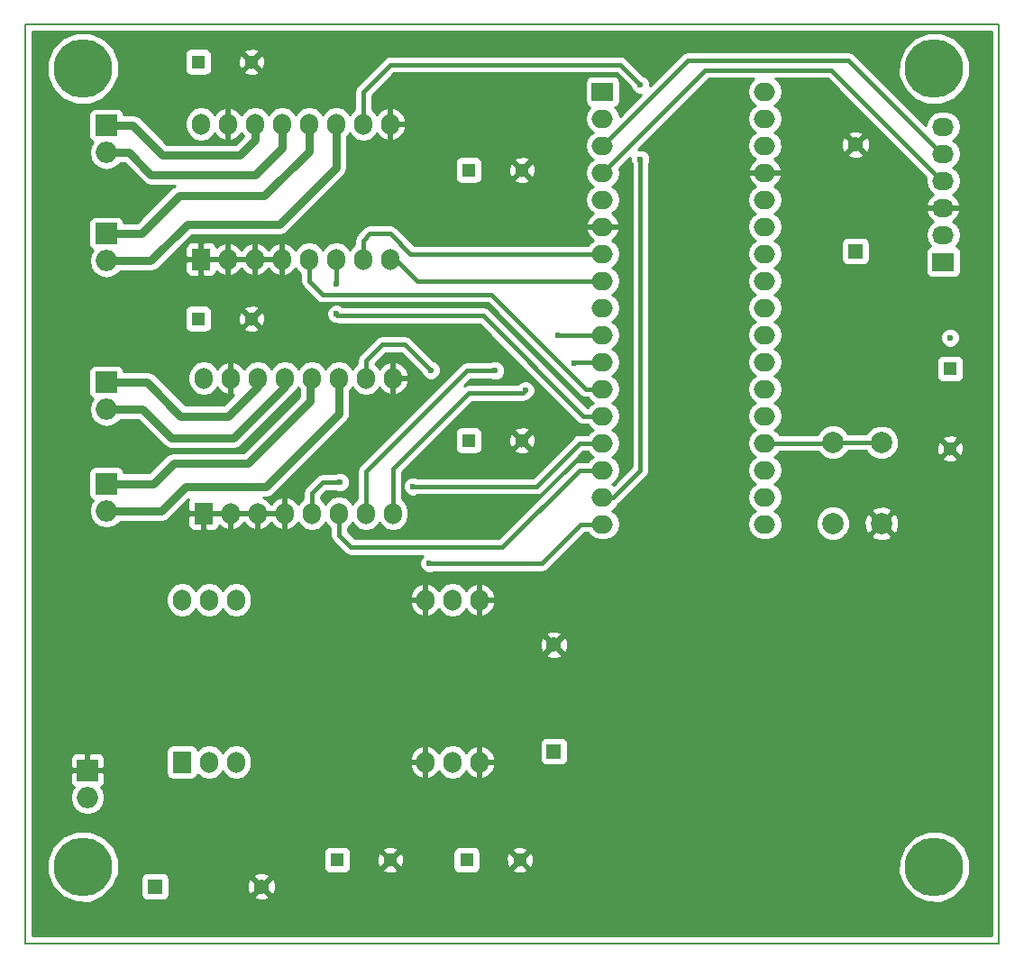
<source format=gtl>
G04 #@! TF.FileFunction,Copper,L1,Top,Signal*
%FSLAX46Y46*%
G04 Gerber Fmt 4.6, Leading zero omitted, Abs format (unit mm)*
G04 Created by KiCad (PCBNEW 4.0.6-e0-6349~53~ubuntu16.04.1) date Sun Mar 12 20:16:21 2017*
%MOMM*%
%LPD*%
G01*
G04 APERTURE LIST*
%ADD10C,0.100000*%
%ADD11C,0.150000*%
%ADD12R,1.400000X1.400000*%
%ADD13C,1.400000*%
%ADD14R,1.300000X1.300000*%
%ADD15C,1.300000*%
%ADD16O,1.998980X1.998980*%
%ADD17R,1.998980X1.998980*%
%ADD18C,1.998980*%
%ADD19R,1.700000X2.000000*%
%ADD20O,1.700000X2.000000*%
%ADD21R,2.000000X1.700000*%
%ADD22O,2.000000X1.700000*%
%ADD23R,2.032000X1.727200*%
%ADD24O,2.032000X1.727200*%
%ADD25C,5.500000*%
%ADD26C,0.600000*%
%ADD27C,0.800000*%
%ADD28C,0.250000*%
%ADD29C,0.400000*%
%ADD30C,0.254000*%
G04 APERTURE END LIST*
D10*
D11*
X146050000Y-53340000D02*
X54610000Y-53340000D01*
X146050000Y-139700000D02*
X146050000Y-53340000D01*
X54610000Y-139700000D02*
X146050000Y-139700000D01*
X54610000Y-53340000D02*
X54610000Y-139700000D01*
D12*
X66802000Y-134366000D03*
D13*
X76802000Y-134366000D03*
D14*
X96266000Y-67056000D03*
D15*
X101266000Y-67056000D03*
D14*
X96266000Y-92456000D03*
D15*
X101266000Y-92456000D03*
D14*
X70866000Y-56896000D03*
D15*
X75866000Y-56896000D03*
D14*
X70866000Y-81026000D03*
D15*
X75866000Y-81026000D03*
D12*
X104267000Y-121666000D03*
D13*
X104267000Y-111666000D03*
D14*
X83896200Y-131876800D03*
D15*
X88896200Y-131876800D03*
D14*
X96062800Y-131876800D03*
D15*
X101062800Y-131876800D03*
D14*
X141478000Y-85725000D03*
D15*
X141478000Y-93225000D03*
D12*
X132588000Y-74676000D03*
D13*
X132588000Y-64676000D03*
D16*
X60452000Y-125984000D03*
D17*
X60452000Y-123444000D03*
D16*
X62230000Y-65405000D03*
D17*
X62230000Y-62865000D03*
D16*
X62230000Y-75565000D03*
D17*
X62230000Y-73025000D03*
D16*
X62230000Y-89535000D03*
D17*
X62230000Y-86995000D03*
D16*
X62230000Y-99060000D03*
D17*
X62230000Y-96520000D03*
D18*
X130479800Y-100248720D03*
X130479800Y-92628720D03*
X135034020Y-92649040D03*
X135034020Y-100269040D03*
D19*
X71120000Y-75438000D03*
D20*
X73660000Y-75438000D03*
X76200000Y-75438000D03*
X78740000Y-75438000D03*
X81280000Y-75438000D03*
X83820000Y-75438000D03*
X86360000Y-75438000D03*
X88900000Y-75438000D03*
X88900000Y-62738000D03*
X86360000Y-62738000D03*
X83820000Y-62738000D03*
X81280000Y-62738000D03*
X78740000Y-62738000D03*
X76200000Y-62738000D03*
X73660000Y-62738000D03*
X71120000Y-62738000D03*
D19*
X71374000Y-99314000D03*
D20*
X73914000Y-99314000D03*
X76454000Y-99314000D03*
X78994000Y-99314000D03*
X81534000Y-99314000D03*
X84074000Y-99314000D03*
X86614000Y-99314000D03*
X89154000Y-99314000D03*
X89154000Y-86614000D03*
X86614000Y-86614000D03*
X84074000Y-86614000D03*
X81534000Y-86614000D03*
X78994000Y-86614000D03*
X76454000Y-86614000D03*
X73914000Y-86614000D03*
X71374000Y-86614000D03*
X74422000Y-122682000D03*
X71882000Y-122682000D03*
D19*
X69342000Y-122682000D03*
D20*
X69342000Y-107442000D03*
X71882000Y-107442000D03*
X74422000Y-107442000D03*
X92202000Y-107442000D03*
X94742000Y-107442000D03*
X97282000Y-107442000D03*
X92202000Y-122682000D03*
X94742000Y-122682000D03*
X97282000Y-122682000D03*
D21*
X108839000Y-59690000D03*
D22*
X108839000Y-62230000D03*
X108839000Y-64770000D03*
X108839000Y-67310000D03*
X108839000Y-69850000D03*
X108839000Y-72390000D03*
X108839000Y-74930000D03*
X108839000Y-77470000D03*
X108839000Y-80010000D03*
X108839000Y-82550000D03*
X108839000Y-85090000D03*
X108839000Y-87630000D03*
X108839000Y-90170000D03*
X108839000Y-92710000D03*
X108839000Y-95250000D03*
X108839000Y-97790000D03*
X108839000Y-100330000D03*
X124079000Y-100330000D03*
X124079000Y-97790000D03*
X124079000Y-95250000D03*
X124079000Y-92710000D03*
X124079000Y-90170000D03*
X124079000Y-87630000D03*
X124079000Y-85090000D03*
X124079000Y-82550000D03*
X124079000Y-80010000D03*
X124079000Y-77470000D03*
X124079000Y-74930000D03*
X124079000Y-72390000D03*
X124079000Y-69850000D03*
X124079000Y-67310000D03*
X124079000Y-64770000D03*
X124079000Y-62230000D03*
X124079000Y-59690000D03*
D23*
X140843000Y-75692000D03*
D24*
X140843000Y-73152000D03*
X140843000Y-70612000D03*
X140843000Y-68072000D03*
X140843000Y-65532000D03*
X140843000Y-62992000D03*
D25*
X60000000Y-57500000D03*
X140000000Y-57500000D03*
X60000000Y-132500000D03*
X140000000Y-132500000D03*
D26*
X141478000Y-82804000D03*
X83820000Y-80581500D03*
X83820000Y-77787500D03*
X112395000Y-66040000D03*
X112395000Y-59055000D03*
X84201000Y-96393000D03*
X91059000Y-96774000D03*
X104648000Y-82550000D03*
X98755200Y-85902800D03*
X101600000Y-87757000D03*
X106172000Y-85217000D03*
X92583000Y-104013000D03*
X92710000Y-85852000D03*
D27*
X62230000Y-65405000D02*
X64325500Y-65405000D01*
X78740000Y-64960500D02*
X78740000Y-62738000D01*
X76200000Y-67500500D02*
X78740000Y-64960500D01*
X66421000Y-67500500D02*
X76200000Y-67500500D01*
X64325500Y-65405000D02*
X66421000Y-67500500D01*
X62230000Y-62865000D02*
X64706500Y-62865000D01*
X76200000Y-64198500D02*
X76200000Y-62738000D01*
X74739500Y-65659000D02*
X76200000Y-64198500D01*
X67500500Y-65659000D02*
X74739500Y-65659000D01*
X64706500Y-62865000D02*
X67500500Y-65659000D01*
X62230000Y-75565000D02*
X66421000Y-75565000D01*
X83820000Y-66802000D02*
X83820000Y-62738000D01*
X78486000Y-72136000D02*
X83820000Y-66802000D01*
X69850000Y-72136000D02*
X78486000Y-72136000D01*
X66421000Y-75565000D02*
X69850000Y-72136000D01*
D28*
X83820000Y-62888000D02*
X83820000Y-62738000D01*
D27*
X62230000Y-73025000D02*
X65532000Y-73025000D01*
X81280000Y-65278000D02*
X81280000Y-62738000D01*
X77089000Y-69469000D02*
X81280000Y-65278000D01*
X69088000Y-69469000D02*
X77089000Y-69469000D01*
X65532000Y-73025000D02*
X69088000Y-69469000D01*
X62230000Y-89535000D02*
X65659000Y-89535000D01*
X74168000Y-92202000D02*
X78994000Y-87376000D01*
X68326000Y-92202000D02*
X74168000Y-92202000D01*
X65659000Y-89535000D02*
X68326000Y-92202000D01*
X78994000Y-87376000D02*
X78994000Y-86614000D01*
X62230000Y-86995000D02*
X66040000Y-86995000D01*
X66040000Y-86995000D02*
X69215000Y-90170000D01*
X69215000Y-90170000D02*
X73660000Y-90170000D01*
X73660000Y-90170000D02*
X76454000Y-87376000D01*
D28*
X76454000Y-87376000D02*
X76454000Y-86614000D01*
D27*
X62230000Y-99060000D02*
X67437000Y-99060000D01*
X84074000Y-89916000D02*
X84074000Y-86614000D01*
X77216000Y-96774000D02*
X84074000Y-89916000D01*
X69723000Y-96774000D02*
X77216000Y-96774000D01*
X67437000Y-99060000D02*
X69723000Y-96774000D01*
X62230000Y-96520000D02*
X66675000Y-96520000D01*
X81407000Y-88773000D02*
X81407000Y-86741000D01*
X75565000Y-94615000D02*
X81407000Y-88773000D01*
X68580000Y-94615000D02*
X75565000Y-94615000D01*
X66675000Y-96520000D02*
X68580000Y-94615000D01*
X81407000Y-86741000D02*
X81534000Y-86614000D01*
D29*
X130479800Y-92628720D02*
X135013700Y-92628720D01*
D28*
X135013700Y-92628720D02*
X135034020Y-92649040D01*
D29*
X124079000Y-92710000D02*
X130398520Y-92710000D01*
D28*
X130398520Y-92710000D02*
X130479800Y-92628720D01*
D29*
X108839000Y-87630000D02*
X107315000Y-87630000D01*
X81280000Y-77470000D02*
X81280000Y-75438000D01*
X82550000Y-78740000D02*
X81280000Y-77470000D01*
X98425000Y-78740000D02*
X82550000Y-78740000D01*
X107315000Y-87630000D02*
X98425000Y-78740000D01*
X108839000Y-90170000D02*
X107061000Y-90170000D01*
X107061000Y-90170000D02*
X97599500Y-80708500D01*
X97599500Y-80708500D02*
X83947000Y-80708500D01*
X83947000Y-80708500D02*
X83820000Y-80581500D01*
X83820000Y-77787500D02*
X83820000Y-75438000D01*
X108839000Y-74930000D02*
X90805000Y-74930000D01*
X90805000Y-74930000D02*
X88900000Y-73025000D01*
X88900000Y-73025000D02*
X86995000Y-73025000D01*
X86995000Y-73025000D02*
X86360000Y-73660000D01*
X86360000Y-73660000D02*
X86360000Y-75438000D01*
X108839000Y-77470000D02*
X91440000Y-77470000D01*
X91440000Y-77470000D02*
X89408000Y-75438000D01*
D28*
X89408000Y-75438000D02*
X88900000Y-75438000D01*
D29*
X108839000Y-97790000D02*
X109855000Y-97790000D01*
X109855000Y-97790000D02*
X112395000Y-95250000D01*
X112395000Y-95250000D02*
X112395000Y-66040000D01*
X112395000Y-59055000D02*
X110490000Y-57150000D01*
X110490000Y-57150000D02*
X88900000Y-57150000D01*
X88900000Y-57150000D02*
X86360000Y-59690000D01*
X86360000Y-59690000D02*
X86360000Y-62738000D01*
X108839000Y-92710000D02*
X106680000Y-92710000D01*
X81534000Y-97409000D02*
X81534000Y-99314000D01*
X82550000Y-96393000D02*
X81534000Y-97409000D01*
X84201000Y-96393000D02*
X82550000Y-96393000D01*
X102616000Y-96774000D02*
X91059000Y-96774000D01*
X106680000Y-92710000D02*
X102616000Y-96774000D01*
D28*
X108839000Y-92710000D02*
X108204000Y-92710000D01*
D29*
X108839000Y-95250000D02*
X106680000Y-95250000D01*
X84074000Y-101346000D02*
X84074000Y-99314000D01*
X85217000Y-102489000D02*
X84074000Y-101346000D01*
X99441000Y-102489000D02*
X85217000Y-102489000D01*
X106680000Y-95250000D02*
X99441000Y-102489000D01*
X86614000Y-99314000D02*
X86614000Y-95351600D01*
X104648000Y-82550000D02*
X108839000Y-82550000D01*
X96062800Y-85902800D02*
X98755200Y-85902800D01*
X86614000Y-95351600D02*
X96062800Y-85902800D01*
X89154000Y-99314000D02*
X89154000Y-95123000D01*
X89154000Y-95123000D02*
X96266000Y-88011000D01*
X96266000Y-88011000D02*
X101346000Y-88011000D01*
X101346000Y-88011000D02*
X101600000Y-87757000D01*
X106172000Y-85217000D02*
X106299000Y-85090000D01*
X106299000Y-85090000D02*
X108839000Y-85090000D01*
X108839000Y-100330000D02*
X106807000Y-100330000D01*
X106807000Y-100330000D02*
X103124000Y-104013000D01*
X103124000Y-104013000D02*
X92583000Y-104013000D01*
X92710000Y-85852000D02*
X90297000Y-83439000D01*
X90297000Y-83439000D02*
X88138000Y-83439000D01*
X88138000Y-83439000D02*
X86614000Y-84963000D01*
X86614000Y-84963000D02*
X86614000Y-86614000D01*
D28*
X140843000Y-65532000D02*
X140716000Y-65532000D01*
D29*
X140716000Y-65532000D02*
X131953000Y-56769000D01*
X116840000Y-56769000D02*
X108839000Y-64770000D01*
X131953000Y-56769000D02*
X116840000Y-56769000D01*
D28*
X140843000Y-68072000D02*
X140716000Y-68072000D01*
D29*
X140716000Y-68072000D02*
X130302000Y-57658000D01*
X118491000Y-57658000D02*
X108839000Y-67310000D01*
X130302000Y-57658000D02*
X118491000Y-57658000D01*
D30*
G36*
X145340000Y-138990000D02*
X55320000Y-138990000D01*
X55320000Y-133170364D01*
X56614414Y-133170364D01*
X57128663Y-134414943D01*
X58080048Y-135367990D01*
X59323728Y-135884411D01*
X60670364Y-135885586D01*
X61914943Y-135371337D01*
X62867990Y-134419952D01*
X63181058Y-133666000D01*
X65454560Y-133666000D01*
X65454560Y-135066000D01*
X65498838Y-135301317D01*
X65637910Y-135517441D01*
X65850110Y-135662431D01*
X66102000Y-135713440D01*
X67502000Y-135713440D01*
X67737317Y-135669162D01*
X67953441Y-135530090D01*
X68098431Y-135317890D01*
X68101795Y-135301275D01*
X76046331Y-135301275D01*
X76108169Y-135537042D01*
X76609122Y-135713419D01*
X77139440Y-135684664D01*
X77495831Y-135537042D01*
X77557669Y-135301275D01*
X76802000Y-134545605D01*
X76046331Y-135301275D01*
X68101795Y-135301275D01*
X68149440Y-135066000D01*
X68149440Y-134173122D01*
X75454581Y-134173122D01*
X75483336Y-134703440D01*
X75630958Y-135059831D01*
X75866725Y-135121669D01*
X76622395Y-134366000D01*
X76981605Y-134366000D01*
X77737275Y-135121669D01*
X77973042Y-135059831D01*
X78149419Y-134558878D01*
X78120664Y-134028560D01*
X77973042Y-133672169D01*
X77737275Y-133610331D01*
X76981605Y-134366000D01*
X76622395Y-134366000D01*
X75866725Y-133610331D01*
X75630958Y-133672169D01*
X75454581Y-134173122D01*
X68149440Y-134173122D01*
X68149440Y-133666000D01*
X68105170Y-133430725D01*
X76046331Y-133430725D01*
X76802000Y-134186395D01*
X77557669Y-133430725D01*
X77495831Y-133194958D01*
X76994878Y-133018581D01*
X76464560Y-133047336D01*
X76108169Y-133194958D01*
X76046331Y-133430725D01*
X68105170Y-133430725D01*
X68105162Y-133430683D01*
X67966090Y-133214559D01*
X67753890Y-133069569D01*
X67502000Y-133018560D01*
X66102000Y-133018560D01*
X65866683Y-133062838D01*
X65650559Y-133201910D01*
X65505569Y-133414110D01*
X65454560Y-133666000D01*
X63181058Y-133666000D01*
X63384411Y-133176272D01*
X63385586Y-131829636D01*
X63136500Y-131226800D01*
X82598760Y-131226800D01*
X82598760Y-132526800D01*
X82643038Y-132762117D01*
X82782110Y-132978241D01*
X82994310Y-133123231D01*
X83246200Y-133174240D01*
X84546200Y-133174240D01*
X84781517Y-133129962D01*
X84997641Y-132990890D01*
X85142631Y-132778690D01*
X85143212Y-132775816D01*
X88176790Y-132775816D01*
X88232471Y-133006411D01*
X88715278Y-133174422D01*
X89225628Y-133144883D01*
X89559929Y-133006411D01*
X89615610Y-132775816D01*
X88896200Y-132056405D01*
X88176790Y-132775816D01*
X85143212Y-132775816D01*
X85193640Y-132526800D01*
X85193640Y-131695878D01*
X87598578Y-131695878D01*
X87628117Y-132206228D01*
X87766589Y-132540529D01*
X87997184Y-132596210D01*
X88716595Y-131876800D01*
X89075805Y-131876800D01*
X89795216Y-132596210D01*
X90025811Y-132540529D01*
X90193822Y-132057722D01*
X90164283Y-131547372D01*
X90031498Y-131226800D01*
X94765360Y-131226800D01*
X94765360Y-132526800D01*
X94809638Y-132762117D01*
X94948710Y-132978241D01*
X95160910Y-133123231D01*
X95412800Y-133174240D01*
X96712800Y-133174240D01*
X96948117Y-133129962D01*
X97164241Y-132990890D01*
X97309231Y-132778690D01*
X97309812Y-132775816D01*
X100343390Y-132775816D01*
X100399071Y-133006411D01*
X100881878Y-133174422D01*
X100951988Y-133170364D01*
X136614414Y-133170364D01*
X137128663Y-134414943D01*
X138080048Y-135367990D01*
X139323728Y-135884411D01*
X140670364Y-135885586D01*
X141914943Y-135371337D01*
X142867990Y-134419952D01*
X143384411Y-133176272D01*
X143385586Y-131829636D01*
X142871337Y-130585057D01*
X141919952Y-129632010D01*
X140676272Y-129115589D01*
X139329636Y-129114414D01*
X138085057Y-129628663D01*
X137132010Y-130580048D01*
X136615589Y-131823728D01*
X136614414Y-133170364D01*
X100951988Y-133170364D01*
X101392228Y-133144883D01*
X101726529Y-133006411D01*
X101782210Y-132775816D01*
X101062800Y-132056405D01*
X100343390Y-132775816D01*
X97309812Y-132775816D01*
X97360240Y-132526800D01*
X97360240Y-131695878D01*
X99765178Y-131695878D01*
X99794717Y-132206228D01*
X99933189Y-132540529D01*
X100163784Y-132596210D01*
X100883195Y-131876800D01*
X101242405Y-131876800D01*
X101961816Y-132596210D01*
X102192411Y-132540529D01*
X102360422Y-132057722D01*
X102330883Y-131547372D01*
X102192411Y-131213071D01*
X101961816Y-131157390D01*
X101242405Y-131876800D01*
X100883195Y-131876800D01*
X100163784Y-131157390D01*
X99933189Y-131213071D01*
X99765178Y-131695878D01*
X97360240Y-131695878D01*
X97360240Y-131226800D01*
X97315962Y-130991483D01*
X97307147Y-130977784D01*
X100343390Y-130977784D01*
X101062800Y-131697195D01*
X101782210Y-130977784D01*
X101726529Y-130747189D01*
X101243722Y-130579178D01*
X100733372Y-130608717D01*
X100399071Y-130747189D01*
X100343390Y-130977784D01*
X97307147Y-130977784D01*
X97176890Y-130775359D01*
X96964690Y-130630369D01*
X96712800Y-130579360D01*
X95412800Y-130579360D01*
X95177483Y-130623638D01*
X94961359Y-130762710D01*
X94816369Y-130974910D01*
X94765360Y-131226800D01*
X90031498Y-131226800D01*
X90025811Y-131213071D01*
X89795216Y-131157390D01*
X89075805Y-131876800D01*
X88716595Y-131876800D01*
X87997184Y-131157390D01*
X87766589Y-131213071D01*
X87598578Y-131695878D01*
X85193640Y-131695878D01*
X85193640Y-131226800D01*
X85149362Y-130991483D01*
X85140547Y-130977784D01*
X88176790Y-130977784D01*
X88896200Y-131697195D01*
X89615610Y-130977784D01*
X89559929Y-130747189D01*
X89077122Y-130579178D01*
X88566772Y-130608717D01*
X88232471Y-130747189D01*
X88176790Y-130977784D01*
X85140547Y-130977784D01*
X85010290Y-130775359D01*
X84798090Y-130630369D01*
X84546200Y-130579360D01*
X83246200Y-130579360D01*
X83010883Y-130623638D01*
X82794759Y-130762710D01*
X82649769Y-130974910D01*
X82598760Y-131226800D01*
X63136500Y-131226800D01*
X62871337Y-130585057D01*
X61919952Y-129632010D01*
X60676272Y-129115589D01*
X59329636Y-129114414D01*
X58085057Y-129628663D01*
X57132010Y-130580048D01*
X56615589Y-131823728D01*
X56614414Y-133170364D01*
X55320000Y-133170364D01*
X55320000Y-123729750D01*
X58817510Y-123729750D01*
X58817510Y-124569799D01*
X58914183Y-124803188D01*
X59092811Y-124981817D01*
X59155013Y-125007582D01*
X58941928Y-125326486D01*
X58817510Y-125951978D01*
X58817510Y-126016022D01*
X58941928Y-126641514D01*
X59296241Y-127171781D01*
X59826508Y-127526094D01*
X60452000Y-127650512D01*
X61077492Y-127526094D01*
X61607759Y-127171781D01*
X61962072Y-126641514D01*
X62086490Y-126016022D01*
X62086490Y-125951978D01*
X61962072Y-125326486D01*
X61748987Y-125007582D01*
X61811189Y-124981817D01*
X61989817Y-124803188D01*
X62086490Y-124569799D01*
X62086490Y-123729750D01*
X61927740Y-123571000D01*
X60579000Y-123571000D01*
X60579000Y-123591000D01*
X60325000Y-123591000D01*
X60325000Y-123571000D01*
X58976260Y-123571000D01*
X58817510Y-123729750D01*
X55320000Y-123729750D01*
X55320000Y-122318201D01*
X58817510Y-122318201D01*
X58817510Y-123158250D01*
X58976260Y-123317000D01*
X60325000Y-123317000D01*
X60325000Y-121968260D01*
X60579000Y-121968260D01*
X60579000Y-123317000D01*
X61927740Y-123317000D01*
X62086490Y-123158250D01*
X62086490Y-122318201D01*
X61989817Y-122084812D01*
X61811189Y-121906183D01*
X61577800Y-121809510D01*
X60737750Y-121809510D01*
X60579000Y-121968260D01*
X60325000Y-121968260D01*
X60166250Y-121809510D01*
X59326200Y-121809510D01*
X59092811Y-121906183D01*
X58914183Y-122084812D01*
X58817510Y-122318201D01*
X55320000Y-122318201D01*
X55320000Y-121682000D01*
X67844560Y-121682000D01*
X67844560Y-123682000D01*
X67888838Y-123917317D01*
X68027910Y-124133441D01*
X68240110Y-124278431D01*
X68492000Y-124329440D01*
X70192000Y-124329440D01*
X70427317Y-124285162D01*
X70643441Y-124146090D01*
X70788431Y-123933890D01*
X70801629Y-123868714D01*
X70831946Y-123914086D01*
X71313715Y-124235993D01*
X71882000Y-124349032D01*
X72450285Y-124235993D01*
X72932054Y-123914086D01*
X73152000Y-123584913D01*
X73371946Y-123914086D01*
X73853715Y-124235993D01*
X74422000Y-124349032D01*
X74990285Y-124235993D01*
X75472054Y-123914086D01*
X75793961Y-123432317D01*
X75871651Y-123041742D01*
X90730716Y-123041742D01*
X90922976Y-123588812D01*
X91309955Y-124020664D01*
X91832740Y-124271553D01*
X91845110Y-124273476D01*
X92075000Y-124152155D01*
X92075000Y-122809000D01*
X90874769Y-122809000D01*
X90730716Y-123041742D01*
X75871651Y-123041742D01*
X75907000Y-122864032D01*
X75907000Y-122499968D01*
X75871652Y-122322258D01*
X90730716Y-122322258D01*
X90874769Y-122555000D01*
X92075000Y-122555000D01*
X92075000Y-121211845D01*
X92329000Y-121211845D01*
X92329000Y-122555000D01*
X92349000Y-122555000D01*
X92349000Y-122809000D01*
X92329000Y-122809000D01*
X92329000Y-124152155D01*
X92558890Y-124273476D01*
X92571260Y-124271553D01*
X93094045Y-124020664D01*
X93477347Y-123592915D01*
X93691946Y-123914086D01*
X94173715Y-124235993D01*
X94742000Y-124349032D01*
X95310285Y-124235993D01*
X95792054Y-123914086D01*
X96006653Y-123592915D01*
X96389955Y-124020664D01*
X96912740Y-124271553D01*
X96925110Y-124273476D01*
X97155000Y-124152155D01*
X97155000Y-122809000D01*
X97409000Y-122809000D01*
X97409000Y-124152155D01*
X97638890Y-124273476D01*
X97651260Y-124271553D01*
X98174045Y-124020664D01*
X98561024Y-123588812D01*
X98753284Y-123041742D01*
X98609231Y-122809000D01*
X97409000Y-122809000D01*
X97155000Y-122809000D01*
X97135000Y-122809000D01*
X97135000Y-122555000D01*
X97155000Y-122555000D01*
X97155000Y-121211845D01*
X97409000Y-121211845D01*
X97409000Y-122555000D01*
X98609231Y-122555000D01*
X98753284Y-122322258D01*
X98561024Y-121775188D01*
X98174045Y-121343336D01*
X97651260Y-121092447D01*
X97638890Y-121090524D01*
X97409000Y-121211845D01*
X97155000Y-121211845D01*
X96925110Y-121090524D01*
X96912740Y-121092447D01*
X96389955Y-121343336D01*
X96006653Y-121771085D01*
X95792054Y-121449914D01*
X95310285Y-121128007D01*
X94742000Y-121014968D01*
X94173715Y-121128007D01*
X93691946Y-121449914D01*
X93477347Y-121771085D01*
X93094045Y-121343336D01*
X92571260Y-121092447D01*
X92558890Y-121090524D01*
X92329000Y-121211845D01*
X92075000Y-121211845D01*
X91845110Y-121090524D01*
X91832740Y-121092447D01*
X91309955Y-121343336D01*
X90922976Y-121775188D01*
X90730716Y-122322258D01*
X75871652Y-122322258D01*
X75793961Y-121931683D01*
X75472054Y-121449914D01*
X74990285Y-121128007D01*
X74422000Y-121014968D01*
X73853715Y-121128007D01*
X73371946Y-121449914D01*
X73152000Y-121779087D01*
X72932054Y-121449914D01*
X72450285Y-121128007D01*
X71882000Y-121014968D01*
X71313715Y-121128007D01*
X70831946Y-121449914D01*
X70803719Y-121492159D01*
X70795162Y-121446683D01*
X70656090Y-121230559D01*
X70443890Y-121085569D01*
X70192000Y-121034560D01*
X68492000Y-121034560D01*
X68256683Y-121078838D01*
X68040559Y-121217910D01*
X67895569Y-121430110D01*
X67844560Y-121682000D01*
X55320000Y-121682000D01*
X55320000Y-120966000D01*
X102919560Y-120966000D01*
X102919560Y-122366000D01*
X102963838Y-122601317D01*
X103102910Y-122817441D01*
X103315110Y-122962431D01*
X103567000Y-123013440D01*
X104967000Y-123013440D01*
X105202317Y-122969162D01*
X105418441Y-122830090D01*
X105563431Y-122617890D01*
X105614440Y-122366000D01*
X105614440Y-120966000D01*
X105570162Y-120730683D01*
X105431090Y-120514559D01*
X105218890Y-120369569D01*
X104967000Y-120318560D01*
X103567000Y-120318560D01*
X103331683Y-120362838D01*
X103115559Y-120501910D01*
X102970569Y-120714110D01*
X102919560Y-120966000D01*
X55320000Y-120966000D01*
X55320000Y-112601275D01*
X103511331Y-112601275D01*
X103573169Y-112837042D01*
X104074122Y-113013419D01*
X104604440Y-112984664D01*
X104960831Y-112837042D01*
X105022669Y-112601275D01*
X104267000Y-111845605D01*
X103511331Y-112601275D01*
X55320000Y-112601275D01*
X55320000Y-111473122D01*
X102919581Y-111473122D01*
X102948336Y-112003440D01*
X103095958Y-112359831D01*
X103331725Y-112421669D01*
X104087395Y-111666000D01*
X104446605Y-111666000D01*
X105202275Y-112421669D01*
X105438042Y-112359831D01*
X105614419Y-111858878D01*
X105585664Y-111328560D01*
X105438042Y-110972169D01*
X105202275Y-110910331D01*
X104446605Y-111666000D01*
X104087395Y-111666000D01*
X103331725Y-110910331D01*
X103095958Y-110972169D01*
X102919581Y-111473122D01*
X55320000Y-111473122D01*
X55320000Y-110730725D01*
X103511331Y-110730725D01*
X104267000Y-111486395D01*
X105022669Y-110730725D01*
X104960831Y-110494958D01*
X104459878Y-110318581D01*
X103929560Y-110347336D01*
X103573169Y-110494958D01*
X103511331Y-110730725D01*
X55320000Y-110730725D01*
X55320000Y-107259968D01*
X67857000Y-107259968D01*
X67857000Y-107624032D01*
X67970039Y-108192317D01*
X68291946Y-108674086D01*
X68773715Y-108995993D01*
X69342000Y-109109032D01*
X69910285Y-108995993D01*
X70392054Y-108674086D01*
X70612000Y-108344913D01*
X70831946Y-108674086D01*
X71313715Y-108995993D01*
X71882000Y-109109032D01*
X72450285Y-108995993D01*
X72932054Y-108674086D01*
X73152000Y-108344913D01*
X73371946Y-108674086D01*
X73853715Y-108995993D01*
X74422000Y-109109032D01*
X74990285Y-108995993D01*
X75472054Y-108674086D01*
X75793961Y-108192317D01*
X75871651Y-107801742D01*
X90730716Y-107801742D01*
X90922976Y-108348812D01*
X91309955Y-108780664D01*
X91832740Y-109031553D01*
X91845110Y-109033476D01*
X92075000Y-108912155D01*
X92075000Y-107569000D01*
X90874769Y-107569000D01*
X90730716Y-107801742D01*
X75871651Y-107801742D01*
X75907000Y-107624032D01*
X75907000Y-107259968D01*
X75871652Y-107082258D01*
X90730716Y-107082258D01*
X90874769Y-107315000D01*
X92075000Y-107315000D01*
X92075000Y-105971845D01*
X92329000Y-105971845D01*
X92329000Y-107315000D01*
X92349000Y-107315000D01*
X92349000Y-107569000D01*
X92329000Y-107569000D01*
X92329000Y-108912155D01*
X92558890Y-109033476D01*
X92571260Y-109031553D01*
X93094045Y-108780664D01*
X93477347Y-108352915D01*
X93691946Y-108674086D01*
X94173715Y-108995993D01*
X94742000Y-109109032D01*
X95310285Y-108995993D01*
X95792054Y-108674086D01*
X96006653Y-108352915D01*
X96389955Y-108780664D01*
X96912740Y-109031553D01*
X96925110Y-109033476D01*
X97155000Y-108912155D01*
X97155000Y-107569000D01*
X97409000Y-107569000D01*
X97409000Y-108912155D01*
X97638890Y-109033476D01*
X97651260Y-109031553D01*
X98174045Y-108780664D01*
X98561024Y-108348812D01*
X98753284Y-107801742D01*
X98609231Y-107569000D01*
X97409000Y-107569000D01*
X97155000Y-107569000D01*
X97135000Y-107569000D01*
X97135000Y-107315000D01*
X97155000Y-107315000D01*
X97155000Y-105971845D01*
X97409000Y-105971845D01*
X97409000Y-107315000D01*
X98609231Y-107315000D01*
X98753284Y-107082258D01*
X98561024Y-106535188D01*
X98174045Y-106103336D01*
X97651260Y-105852447D01*
X97638890Y-105850524D01*
X97409000Y-105971845D01*
X97155000Y-105971845D01*
X96925110Y-105850524D01*
X96912740Y-105852447D01*
X96389955Y-106103336D01*
X96006653Y-106531085D01*
X95792054Y-106209914D01*
X95310285Y-105888007D01*
X94742000Y-105774968D01*
X94173715Y-105888007D01*
X93691946Y-106209914D01*
X93477347Y-106531085D01*
X93094045Y-106103336D01*
X92571260Y-105852447D01*
X92558890Y-105850524D01*
X92329000Y-105971845D01*
X92075000Y-105971845D01*
X91845110Y-105850524D01*
X91832740Y-105852447D01*
X91309955Y-106103336D01*
X90922976Y-106535188D01*
X90730716Y-107082258D01*
X75871652Y-107082258D01*
X75793961Y-106691683D01*
X75472054Y-106209914D01*
X74990285Y-105888007D01*
X74422000Y-105774968D01*
X73853715Y-105888007D01*
X73371946Y-106209914D01*
X73152000Y-106539087D01*
X72932054Y-106209914D01*
X72450285Y-105888007D01*
X71882000Y-105774968D01*
X71313715Y-105888007D01*
X70831946Y-106209914D01*
X70612000Y-106539087D01*
X70392054Y-106209914D01*
X69910285Y-105888007D01*
X69342000Y-105774968D01*
X68773715Y-105888007D01*
X68291946Y-106209914D01*
X67970039Y-106691683D01*
X67857000Y-107259968D01*
X55320000Y-107259968D01*
X55320000Y-85995510D01*
X60583070Y-85995510D01*
X60583070Y-87994490D01*
X60627348Y-88229807D01*
X60766420Y-88445931D01*
X60932473Y-88559390D01*
X60719928Y-88877486D01*
X60595510Y-89502978D01*
X60595510Y-89567022D01*
X60719928Y-90192514D01*
X61074241Y-90722781D01*
X61604508Y-91077094D01*
X62230000Y-91201512D01*
X62855492Y-91077094D01*
X63385759Y-90722781D01*
X63487844Y-90570000D01*
X65230288Y-90570000D01*
X67594142Y-92933853D01*
X67594144Y-92933856D01*
X67737348Y-93029541D01*
X67929923Y-93158215D01*
X68326000Y-93237001D01*
X68326005Y-93237000D01*
X74167995Y-93237000D01*
X74168000Y-93237001D01*
X74564077Y-93158215D01*
X74899856Y-92933856D01*
X79725853Y-88107858D01*
X79725856Y-88107856D01*
X79785193Y-88019051D01*
X80044054Y-87846086D01*
X80264000Y-87516913D01*
X80372000Y-87678547D01*
X80372000Y-88344289D01*
X75136288Y-93580000D01*
X68580005Y-93580000D01*
X68580000Y-93579999D01*
X68183923Y-93658785D01*
X67848144Y-93883144D01*
X67848142Y-93883147D01*
X66246288Y-95485000D01*
X63870248Y-95485000D01*
X63832652Y-95285193D01*
X63693580Y-95069069D01*
X63481380Y-94924079D01*
X63229490Y-94873070D01*
X61230510Y-94873070D01*
X60995193Y-94917348D01*
X60779069Y-95056420D01*
X60634079Y-95268620D01*
X60583070Y-95520510D01*
X60583070Y-97519490D01*
X60627348Y-97754807D01*
X60766420Y-97970931D01*
X60932473Y-98084390D01*
X60719928Y-98402486D01*
X60595510Y-99027978D01*
X60595510Y-99092022D01*
X60719928Y-99717514D01*
X61074241Y-100247781D01*
X61604508Y-100602094D01*
X62230000Y-100726512D01*
X62855492Y-100602094D01*
X63385759Y-100247781D01*
X63487844Y-100095000D01*
X67436995Y-100095000D01*
X67437000Y-100095001D01*
X67833077Y-100016215D01*
X68168856Y-99791856D01*
X68360962Y-99599750D01*
X69889000Y-99599750D01*
X69889000Y-100440310D01*
X69985673Y-100673699D01*
X70164302Y-100852327D01*
X70397691Y-100949000D01*
X71088250Y-100949000D01*
X71247000Y-100790250D01*
X71247000Y-99441000D01*
X71501000Y-99441000D01*
X71501000Y-100790250D01*
X71659750Y-100949000D01*
X72350309Y-100949000D01*
X72583698Y-100852327D01*
X72762327Y-100673699D01*
X72850359Y-100461171D01*
X73021955Y-100652664D01*
X73544740Y-100903553D01*
X73557110Y-100905476D01*
X73787000Y-100784155D01*
X73787000Y-99441000D01*
X74041000Y-99441000D01*
X74041000Y-100784155D01*
X74270890Y-100905476D01*
X74283260Y-100903553D01*
X74806045Y-100652664D01*
X75184000Y-100230882D01*
X75561955Y-100652664D01*
X76084740Y-100903553D01*
X76097110Y-100905476D01*
X76327000Y-100784155D01*
X76327000Y-99441000D01*
X76581000Y-99441000D01*
X76581000Y-100784155D01*
X76810890Y-100905476D01*
X76823260Y-100903553D01*
X77346045Y-100652664D01*
X77724000Y-100230882D01*
X78101955Y-100652664D01*
X78624740Y-100903553D01*
X78637110Y-100905476D01*
X78867000Y-100784155D01*
X78867000Y-99441000D01*
X76581000Y-99441000D01*
X76327000Y-99441000D01*
X74041000Y-99441000D01*
X73787000Y-99441000D01*
X71501000Y-99441000D01*
X71247000Y-99441000D01*
X70047750Y-99441000D01*
X69889000Y-99599750D01*
X68360962Y-99599750D01*
X69971010Y-97989702D01*
X69889000Y-98187690D01*
X69889000Y-99028250D01*
X70047750Y-99187000D01*
X71247000Y-99187000D01*
X71247000Y-99167000D01*
X71501000Y-99167000D01*
X71501000Y-99187000D01*
X73787000Y-99187000D01*
X73787000Y-99167000D01*
X74041000Y-99167000D01*
X74041000Y-99187000D01*
X76327000Y-99187000D01*
X76327000Y-99167000D01*
X76581000Y-99167000D01*
X76581000Y-99187000D01*
X78867000Y-99187000D01*
X78867000Y-97843845D01*
X78637110Y-97722524D01*
X78624740Y-97724447D01*
X78101955Y-97975336D01*
X77724000Y-98397118D01*
X77346045Y-97975336D01*
X76999446Y-97809000D01*
X77215995Y-97809000D01*
X77216000Y-97809001D01*
X77612077Y-97730215D01*
X77947856Y-97505856D01*
X84805853Y-90647858D01*
X84805856Y-90647856D01*
X85030215Y-90312077D01*
X85058476Y-90170000D01*
X85109001Y-89916000D01*
X85109000Y-89915995D01*
X85109000Y-87856145D01*
X85124054Y-87846086D01*
X85344000Y-87516913D01*
X85563946Y-87846086D01*
X86045715Y-88167993D01*
X86614000Y-88281032D01*
X87182285Y-88167993D01*
X87664054Y-87846086D01*
X87878653Y-87524915D01*
X88261955Y-87952664D01*
X88784740Y-88203553D01*
X88797110Y-88205476D01*
X89027000Y-88084155D01*
X89027000Y-86741000D01*
X89281000Y-86741000D01*
X89281000Y-88084155D01*
X89510890Y-88205476D01*
X89523260Y-88203553D01*
X90046045Y-87952664D01*
X90433024Y-87520812D01*
X90625284Y-86973742D01*
X90481231Y-86741000D01*
X89281000Y-86741000D01*
X89027000Y-86741000D01*
X89007000Y-86741000D01*
X89007000Y-86487000D01*
X89027000Y-86487000D01*
X89027000Y-85143845D01*
X89281000Y-85143845D01*
X89281000Y-86487000D01*
X90481231Y-86487000D01*
X90625284Y-86254258D01*
X90433024Y-85707188D01*
X90046045Y-85275336D01*
X89523260Y-85024447D01*
X89510890Y-85022524D01*
X89281000Y-85143845D01*
X89027000Y-85143845D01*
X88797110Y-85022524D01*
X88784740Y-85024447D01*
X88261955Y-85275336D01*
X87878653Y-85703085D01*
X87664054Y-85381914D01*
X87491351Y-85266517D01*
X88483868Y-84274000D01*
X89951132Y-84274000D01*
X91817465Y-86140333D01*
X91916883Y-86380943D01*
X92179673Y-86644192D01*
X92523201Y-86786838D01*
X92895167Y-86787162D01*
X93238943Y-86645117D01*
X93502192Y-86382327D01*
X93644838Y-86038799D01*
X93645162Y-85666833D01*
X93503117Y-85323057D01*
X93240327Y-85059808D01*
X92998090Y-84959222D01*
X90887434Y-82848566D01*
X90616541Y-82667561D01*
X90297000Y-82604000D01*
X88138000Y-82604000D01*
X87818459Y-82667561D01*
X87547566Y-82848566D01*
X86023566Y-84372566D01*
X85842561Y-84643459D01*
X85779000Y-84963000D01*
X85779000Y-85238220D01*
X85563946Y-85381914D01*
X85344000Y-85711087D01*
X85124054Y-85381914D01*
X84642285Y-85060007D01*
X84074000Y-84946968D01*
X83505715Y-85060007D01*
X83023946Y-85381914D01*
X82804000Y-85711087D01*
X82584054Y-85381914D01*
X82102285Y-85060007D01*
X81534000Y-84946968D01*
X80965715Y-85060007D01*
X80483946Y-85381914D01*
X80264000Y-85711087D01*
X80044054Y-85381914D01*
X79562285Y-85060007D01*
X78994000Y-84946968D01*
X78425715Y-85060007D01*
X77943946Y-85381914D01*
X77724000Y-85711087D01*
X77504054Y-85381914D01*
X77022285Y-85060007D01*
X76454000Y-84946968D01*
X75885715Y-85060007D01*
X75403946Y-85381914D01*
X75189347Y-85703085D01*
X74806045Y-85275336D01*
X74283260Y-85024447D01*
X74270890Y-85022524D01*
X74041000Y-85143845D01*
X74041000Y-86487000D01*
X74061000Y-86487000D01*
X74061000Y-86741000D01*
X74041000Y-86741000D01*
X74041000Y-88084155D01*
X74198837Y-88167451D01*
X73231288Y-89135000D01*
X69643711Y-89135000D01*
X66940680Y-86431968D01*
X69889000Y-86431968D01*
X69889000Y-86796032D01*
X70002039Y-87364317D01*
X70323946Y-87846086D01*
X70805715Y-88167993D01*
X71374000Y-88281032D01*
X71942285Y-88167993D01*
X72424054Y-87846086D01*
X72638653Y-87524915D01*
X73021955Y-87952664D01*
X73544740Y-88203553D01*
X73557110Y-88205476D01*
X73787000Y-88084155D01*
X73787000Y-86741000D01*
X73767000Y-86741000D01*
X73767000Y-86487000D01*
X73787000Y-86487000D01*
X73787000Y-85143845D01*
X73557110Y-85022524D01*
X73544740Y-85024447D01*
X73021955Y-85275336D01*
X72638653Y-85703085D01*
X72424054Y-85381914D01*
X71942285Y-85060007D01*
X71374000Y-84946968D01*
X70805715Y-85060007D01*
X70323946Y-85381914D01*
X70002039Y-85863683D01*
X69889000Y-86431968D01*
X66940680Y-86431968D01*
X66771856Y-86263144D01*
X66436077Y-86038785D01*
X66040000Y-85959999D01*
X66039995Y-85960000D01*
X63870248Y-85960000D01*
X63832652Y-85760193D01*
X63693580Y-85544069D01*
X63481380Y-85399079D01*
X63229490Y-85348070D01*
X61230510Y-85348070D01*
X60995193Y-85392348D01*
X60779069Y-85531420D01*
X60634079Y-85743620D01*
X60583070Y-85995510D01*
X55320000Y-85995510D01*
X55320000Y-80376000D01*
X69568560Y-80376000D01*
X69568560Y-81676000D01*
X69612838Y-81911317D01*
X69751910Y-82127441D01*
X69964110Y-82272431D01*
X70216000Y-82323440D01*
X71516000Y-82323440D01*
X71751317Y-82279162D01*
X71967441Y-82140090D01*
X72112431Y-81927890D01*
X72113012Y-81925016D01*
X75146590Y-81925016D01*
X75202271Y-82155611D01*
X75685078Y-82323622D01*
X76195428Y-82294083D01*
X76529729Y-82155611D01*
X76585410Y-81925016D01*
X75866000Y-81205605D01*
X75146590Y-81925016D01*
X72113012Y-81925016D01*
X72163440Y-81676000D01*
X72163440Y-80845078D01*
X74568378Y-80845078D01*
X74597917Y-81355428D01*
X74736389Y-81689729D01*
X74966984Y-81745410D01*
X75686395Y-81026000D01*
X76045605Y-81026000D01*
X76765016Y-81745410D01*
X76995611Y-81689729D01*
X77163622Y-81206922D01*
X77134083Y-80696572D01*
X76995611Y-80362271D01*
X76765016Y-80306590D01*
X76045605Y-81026000D01*
X75686395Y-81026000D01*
X74966984Y-80306590D01*
X74736389Y-80362271D01*
X74568378Y-80845078D01*
X72163440Y-80845078D01*
X72163440Y-80376000D01*
X72119162Y-80140683D01*
X72110347Y-80126984D01*
X75146590Y-80126984D01*
X75866000Y-80846395D01*
X76585410Y-80126984D01*
X76529729Y-79896389D01*
X76046922Y-79728378D01*
X75536572Y-79757917D01*
X75202271Y-79896389D01*
X75146590Y-80126984D01*
X72110347Y-80126984D01*
X71980090Y-79924559D01*
X71767890Y-79779569D01*
X71516000Y-79728560D01*
X70216000Y-79728560D01*
X69980683Y-79772838D01*
X69764559Y-79911910D01*
X69619569Y-80124110D01*
X69568560Y-80376000D01*
X55320000Y-80376000D01*
X55320000Y-61865510D01*
X60583070Y-61865510D01*
X60583070Y-63864490D01*
X60627348Y-64099807D01*
X60766420Y-64315931D01*
X60932473Y-64429390D01*
X60719928Y-64747486D01*
X60595510Y-65372978D01*
X60595510Y-65437022D01*
X60719928Y-66062514D01*
X61074241Y-66592781D01*
X61604508Y-66947094D01*
X62230000Y-67071512D01*
X62855492Y-66947094D01*
X63385759Y-66592781D01*
X63487844Y-66440000D01*
X63896788Y-66440000D01*
X65689142Y-68232353D01*
X65689144Y-68232356D01*
X65880259Y-68360054D01*
X66024923Y-68456715D01*
X66421000Y-68535501D01*
X66421005Y-68535500D01*
X68657927Y-68535500D01*
X68557429Y-68602651D01*
X68356144Y-68737144D01*
X68356142Y-68737147D01*
X65103288Y-71990000D01*
X63870248Y-71990000D01*
X63832652Y-71790193D01*
X63693580Y-71574069D01*
X63481380Y-71429079D01*
X63229490Y-71378070D01*
X61230510Y-71378070D01*
X60995193Y-71422348D01*
X60779069Y-71561420D01*
X60634079Y-71773620D01*
X60583070Y-72025510D01*
X60583070Y-74024490D01*
X60627348Y-74259807D01*
X60766420Y-74475931D01*
X60932473Y-74589390D01*
X60719928Y-74907486D01*
X60595510Y-75532978D01*
X60595510Y-75597022D01*
X60719928Y-76222514D01*
X61074241Y-76752781D01*
X61604508Y-77107094D01*
X62230000Y-77231512D01*
X62855492Y-77107094D01*
X63385759Y-76752781D01*
X63487844Y-76600000D01*
X66420995Y-76600000D01*
X66421000Y-76600001D01*
X66817077Y-76521215D01*
X67152856Y-76296856D01*
X67725961Y-75723750D01*
X69635000Y-75723750D01*
X69635000Y-76564310D01*
X69731673Y-76797699D01*
X69910302Y-76976327D01*
X70143691Y-77073000D01*
X70834250Y-77073000D01*
X70993000Y-76914250D01*
X70993000Y-75565000D01*
X71247000Y-75565000D01*
X71247000Y-76914250D01*
X71405750Y-77073000D01*
X72096309Y-77073000D01*
X72329698Y-76976327D01*
X72508327Y-76797699D01*
X72596359Y-76585171D01*
X72767955Y-76776664D01*
X73290740Y-77027553D01*
X73303110Y-77029476D01*
X73533000Y-76908155D01*
X73533000Y-75565000D01*
X73787000Y-75565000D01*
X73787000Y-76908155D01*
X74016890Y-77029476D01*
X74029260Y-77027553D01*
X74552045Y-76776664D01*
X74930000Y-76354882D01*
X75307955Y-76776664D01*
X75830740Y-77027553D01*
X75843110Y-77029476D01*
X76073000Y-76908155D01*
X76073000Y-75565000D01*
X76327000Y-75565000D01*
X76327000Y-76908155D01*
X76556890Y-77029476D01*
X76569260Y-77027553D01*
X77092045Y-76776664D01*
X77470000Y-76354882D01*
X77847955Y-76776664D01*
X78370740Y-77027553D01*
X78383110Y-77029476D01*
X78613000Y-76908155D01*
X78613000Y-75565000D01*
X76327000Y-75565000D01*
X76073000Y-75565000D01*
X73787000Y-75565000D01*
X73533000Y-75565000D01*
X71247000Y-75565000D01*
X70993000Y-75565000D01*
X69793750Y-75565000D01*
X69635000Y-75723750D01*
X67725961Y-75723750D01*
X69138021Y-74311690D01*
X69635000Y-74311690D01*
X69635000Y-75152250D01*
X69793750Y-75311000D01*
X70993000Y-75311000D01*
X70993000Y-73961750D01*
X71247000Y-73961750D01*
X71247000Y-75311000D01*
X73533000Y-75311000D01*
X73533000Y-73967845D01*
X73787000Y-73967845D01*
X73787000Y-75311000D01*
X76073000Y-75311000D01*
X76073000Y-73967845D01*
X76327000Y-73967845D01*
X76327000Y-75311000D01*
X78613000Y-75311000D01*
X78613000Y-73967845D01*
X78383110Y-73846524D01*
X78370740Y-73848447D01*
X77847955Y-74099336D01*
X77470000Y-74521118D01*
X77092045Y-74099336D01*
X76569260Y-73848447D01*
X76556890Y-73846524D01*
X76327000Y-73967845D01*
X76073000Y-73967845D01*
X75843110Y-73846524D01*
X75830740Y-73848447D01*
X75307955Y-74099336D01*
X74930000Y-74521118D01*
X74552045Y-74099336D01*
X74029260Y-73848447D01*
X74016890Y-73846524D01*
X73787000Y-73967845D01*
X73533000Y-73967845D01*
X73303110Y-73846524D01*
X73290740Y-73848447D01*
X72767955Y-74099336D01*
X72596359Y-74290829D01*
X72508327Y-74078301D01*
X72329698Y-73899673D01*
X72096309Y-73803000D01*
X71405750Y-73803000D01*
X71247000Y-73961750D01*
X70993000Y-73961750D01*
X70834250Y-73803000D01*
X70143691Y-73803000D01*
X69910302Y-73899673D01*
X69731673Y-74078301D01*
X69635000Y-74311690D01*
X69138021Y-74311690D01*
X70278711Y-73171000D01*
X78485995Y-73171000D01*
X78486000Y-73171001D01*
X78882077Y-73092215D01*
X79217856Y-72867856D01*
X84551853Y-67533858D01*
X84551856Y-67533856D01*
X84776215Y-67198077D01*
X84794844Y-67104423D01*
X84855001Y-66802000D01*
X84855000Y-66801995D01*
X84855000Y-66406000D01*
X94968560Y-66406000D01*
X94968560Y-67706000D01*
X95012838Y-67941317D01*
X95151910Y-68157441D01*
X95364110Y-68302431D01*
X95616000Y-68353440D01*
X96916000Y-68353440D01*
X97151317Y-68309162D01*
X97367441Y-68170090D01*
X97512431Y-67957890D01*
X97513012Y-67955016D01*
X100546590Y-67955016D01*
X100602271Y-68185611D01*
X101085078Y-68353622D01*
X101595428Y-68324083D01*
X101929729Y-68185611D01*
X101985410Y-67955016D01*
X101266000Y-67235605D01*
X100546590Y-67955016D01*
X97513012Y-67955016D01*
X97563440Y-67706000D01*
X97563440Y-66875078D01*
X99968378Y-66875078D01*
X99997917Y-67385428D01*
X100136389Y-67719729D01*
X100366984Y-67775410D01*
X101086395Y-67056000D01*
X101445605Y-67056000D01*
X102165016Y-67775410D01*
X102395611Y-67719729D01*
X102563622Y-67236922D01*
X102534083Y-66726572D01*
X102395611Y-66392271D01*
X102165016Y-66336590D01*
X101445605Y-67056000D01*
X101086395Y-67056000D01*
X100366984Y-66336590D01*
X100136389Y-66392271D01*
X99968378Y-66875078D01*
X97563440Y-66875078D01*
X97563440Y-66406000D01*
X97519162Y-66170683D01*
X97510347Y-66156984D01*
X100546590Y-66156984D01*
X101266000Y-66876395D01*
X101985410Y-66156984D01*
X101929729Y-65926389D01*
X101446922Y-65758378D01*
X100936572Y-65787917D01*
X100602271Y-65926389D01*
X100546590Y-66156984D01*
X97510347Y-66156984D01*
X97380090Y-65954559D01*
X97167890Y-65809569D01*
X96916000Y-65758560D01*
X95616000Y-65758560D01*
X95380683Y-65802838D01*
X95164559Y-65941910D01*
X95019569Y-66154110D01*
X94968560Y-66406000D01*
X84855000Y-66406000D01*
X84855000Y-63980145D01*
X84870054Y-63970086D01*
X85090000Y-63640913D01*
X85309946Y-63970086D01*
X85791715Y-64291993D01*
X86360000Y-64405032D01*
X86928285Y-64291993D01*
X87410054Y-63970086D01*
X87624653Y-63648915D01*
X88007955Y-64076664D01*
X88530740Y-64327553D01*
X88543110Y-64329476D01*
X88773000Y-64208155D01*
X88773000Y-62865000D01*
X89027000Y-62865000D01*
X89027000Y-64208155D01*
X89256890Y-64329476D01*
X89269260Y-64327553D01*
X89792045Y-64076664D01*
X90179024Y-63644812D01*
X90371284Y-63097742D01*
X90227231Y-62865000D01*
X89027000Y-62865000D01*
X88773000Y-62865000D01*
X88753000Y-62865000D01*
X88753000Y-62611000D01*
X88773000Y-62611000D01*
X88773000Y-61267845D01*
X89027000Y-61267845D01*
X89027000Y-62611000D01*
X90227231Y-62611000D01*
X90371284Y-62378258D01*
X90179024Y-61831188D01*
X89792045Y-61399336D01*
X89269260Y-61148447D01*
X89256890Y-61146524D01*
X89027000Y-61267845D01*
X88773000Y-61267845D01*
X88543110Y-61146524D01*
X88530740Y-61148447D01*
X88007955Y-61399336D01*
X87624653Y-61827085D01*
X87410054Y-61505914D01*
X87195000Y-61362220D01*
X87195000Y-60035868D01*
X89245868Y-57985000D01*
X110144132Y-57985000D01*
X111502465Y-59343333D01*
X111601883Y-59583943D01*
X111864673Y-59847192D01*
X112208201Y-59989838D01*
X112438094Y-59990038D01*
X110454948Y-61973184D01*
X110392993Y-61661715D01*
X110071086Y-61179946D01*
X110028841Y-61151719D01*
X110074317Y-61143162D01*
X110290441Y-61004090D01*
X110435431Y-60791890D01*
X110486440Y-60540000D01*
X110486440Y-58840000D01*
X110442162Y-58604683D01*
X110303090Y-58388559D01*
X110090890Y-58243569D01*
X109839000Y-58192560D01*
X107839000Y-58192560D01*
X107603683Y-58236838D01*
X107387559Y-58375910D01*
X107242569Y-58588110D01*
X107191560Y-58840000D01*
X107191560Y-60540000D01*
X107235838Y-60775317D01*
X107374910Y-60991441D01*
X107587110Y-61136431D01*
X107652286Y-61149629D01*
X107606914Y-61179946D01*
X107285007Y-61661715D01*
X107171968Y-62230000D01*
X107285007Y-62798285D01*
X107606914Y-63280054D01*
X107936087Y-63500000D01*
X107606914Y-63719946D01*
X107285007Y-64201715D01*
X107171968Y-64770000D01*
X107285007Y-65338285D01*
X107606914Y-65820054D01*
X107936087Y-66040000D01*
X107606914Y-66259946D01*
X107285007Y-66741715D01*
X107171968Y-67310000D01*
X107285007Y-67878285D01*
X107606914Y-68360054D01*
X107936087Y-68580000D01*
X107606914Y-68799946D01*
X107285007Y-69281715D01*
X107171968Y-69850000D01*
X107285007Y-70418285D01*
X107606914Y-70900054D01*
X107928085Y-71114653D01*
X107500336Y-71497955D01*
X107249447Y-72020740D01*
X107247524Y-72033110D01*
X107368845Y-72263000D01*
X108712000Y-72263000D01*
X108712000Y-72243000D01*
X108966000Y-72243000D01*
X108966000Y-72263000D01*
X110309155Y-72263000D01*
X110430476Y-72033110D01*
X110428553Y-72020740D01*
X110177664Y-71497955D01*
X109749915Y-71114653D01*
X110071086Y-70900054D01*
X110392993Y-70418285D01*
X110506032Y-69850000D01*
X110392993Y-69281715D01*
X110071086Y-68799946D01*
X109741913Y-68580000D01*
X110071086Y-68360054D01*
X110392993Y-67878285D01*
X110506032Y-67310000D01*
X110425372Y-66904496D01*
X111460148Y-65869720D01*
X111459838Y-66225167D01*
X111560000Y-66467578D01*
X111560000Y-94904132D01*
X109863134Y-96600998D01*
X109741913Y-96520000D01*
X110071086Y-96300054D01*
X110392993Y-95818285D01*
X110506032Y-95250000D01*
X110392993Y-94681715D01*
X110071086Y-94199946D01*
X109741913Y-93980000D01*
X110071086Y-93760054D01*
X110392993Y-93278285D01*
X110506032Y-92710000D01*
X110392993Y-92141715D01*
X110071086Y-91659946D01*
X109741913Y-91440000D01*
X110071086Y-91220054D01*
X110392993Y-90738285D01*
X110506032Y-90170000D01*
X110392993Y-89601715D01*
X110071086Y-89119946D01*
X109741913Y-88900000D01*
X110071086Y-88680054D01*
X110392993Y-88198285D01*
X110506032Y-87630000D01*
X110392993Y-87061715D01*
X110071086Y-86579946D01*
X109741913Y-86360000D01*
X110071086Y-86140054D01*
X110392993Y-85658285D01*
X110506032Y-85090000D01*
X110392993Y-84521715D01*
X110071086Y-84039946D01*
X109741913Y-83820000D01*
X110071086Y-83600054D01*
X110392993Y-83118285D01*
X110506032Y-82550000D01*
X110392993Y-81981715D01*
X110071086Y-81499946D01*
X109741913Y-81280000D01*
X110071086Y-81060054D01*
X110392993Y-80578285D01*
X110506032Y-80010000D01*
X110392993Y-79441715D01*
X110071086Y-78959946D01*
X109741913Y-78740000D01*
X110071086Y-78520054D01*
X110392993Y-78038285D01*
X110506032Y-77470000D01*
X110392993Y-76901715D01*
X110071086Y-76419946D01*
X109741913Y-76200000D01*
X110071086Y-75980054D01*
X110392993Y-75498285D01*
X110506032Y-74930000D01*
X110392993Y-74361715D01*
X110071086Y-73879946D01*
X109749915Y-73665347D01*
X110177664Y-73282045D01*
X110428553Y-72759260D01*
X110430476Y-72746890D01*
X110309155Y-72517000D01*
X108966000Y-72517000D01*
X108966000Y-72537000D01*
X108712000Y-72537000D01*
X108712000Y-72517000D01*
X107368845Y-72517000D01*
X107247524Y-72746890D01*
X107249447Y-72759260D01*
X107500336Y-73282045D01*
X107928085Y-73665347D01*
X107606914Y-73879946D01*
X107463220Y-74095000D01*
X91150868Y-74095000D01*
X89490434Y-72434566D01*
X89423736Y-72390000D01*
X89219541Y-72253561D01*
X88900000Y-72190000D01*
X86995000Y-72190000D01*
X86675460Y-72253560D01*
X86404566Y-72434566D01*
X85769566Y-73069566D01*
X85588561Y-73340459D01*
X85525000Y-73660000D01*
X85525000Y-74062220D01*
X85309946Y-74205914D01*
X85090000Y-74535087D01*
X84870054Y-74205914D01*
X84388285Y-73884007D01*
X83820000Y-73770968D01*
X83251715Y-73884007D01*
X82769946Y-74205914D01*
X82550000Y-74535087D01*
X82330054Y-74205914D01*
X81848285Y-73884007D01*
X81280000Y-73770968D01*
X80711715Y-73884007D01*
X80229946Y-74205914D01*
X80015347Y-74527085D01*
X79632045Y-74099336D01*
X79109260Y-73848447D01*
X79096890Y-73846524D01*
X78867000Y-73967845D01*
X78867000Y-75311000D01*
X78887000Y-75311000D01*
X78887000Y-75565000D01*
X78867000Y-75565000D01*
X78867000Y-76908155D01*
X79096890Y-77029476D01*
X79109260Y-77027553D01*
X79632045Y-76776664D01*
X80015347Y-76348915D01*
X80229946Y-76670086D01*
X80445000Y-76813780D01*
X80445000Y-77470000D01*
X80508561Y-77789541D01*
X80674767Y-78038285D01*
X80689566Y-78060434D01*
X81959566Y-79330434D01*
X82230459Y-79511439D01*
X82550000Y-79575000D01*
X98079132Y-79575000D01*
X106724566Y-88220434D01*
X106995460Y-88401440D01*
X107315000Y-88465000D01*
X107463220Y-88465000D01*
X107606914Y-88680054D01*
X107936087Y-88900000D01*
X107606914Y-89119946D01*
X107463220Y-89335000D01*
X107406868Y-89335000D01*
X98189934Y-80118066D01*
X98091893Y-80052557D01*
X97919041Y-79937061D01*
X97599500Y-79873500D01*
X84434372Y-79873500D01*
X84350327Y-79789308D01*
X84006799Y-79646662D01*
X83634833Y-79646338D01*
X83291057Y-79788383D01*
X83027808Y-80051173D01*
X82885162Y-80394701D01*
X82884838Y-80766667D01*
X83026883Y-81110443D01*
X83289673Y-81373692D01*
X83633201Y-81516338D01*
X83811228Y-81516493D01*
X83947000Y-81543500D01*
X97253632Y-81543500D01*
X106470566Y-90760434D01*
X106741460Y-90941440D01*
X107061000Y-91005000D01*
X107463220Y-91005000D01*
X107606914Y-91220054D01*
X107936087Y-91440000D01*
X107606914Y-91659946D01*
X107463220Y-91875000D01*
X106680000Y-91875000D01*
X106360459Y-91938561D01*
X106101430Y-92111639D01*
X106089566Y-92119566D01*
X102270132Y-95939000D01*
X91486234Y-95939000D01*
X91245799Y-95839162D01*
X90873833Y-95838838D01*
X90530057Y-95980883D01*
X90266808Y-96243673D01*
X90124162Y-96587201D01*
X90123838Y-96959167D01*
X90265883Y-97302943D01*
X90528673Y-97566192D01*
X90872201Y-97708838D01*
X91244167Y-97709162D01*
X91486578Y-97609000D01*
X102616000Y-97609000D01*
X102935541Y-97545439D01*
X103206434Y-97364434D01*
X107025868Y-93545000D01*
X107463220Y-93545000D01*
X107606914Y-93760054D01*
X107936087Y-93980000D01*
X107606914Y-94199946D01*
X107463220Y-94415000D01*
X106680000Y-94415000D01*
X106360459Y-94478561D01*
X106208404Y-94580161D01*
X106089566Y-94659566D01*
X99095132Y-101654000D01*
X85562868Y-101654000D01*
X84909000Y-101000132D01*
X84909000Y-100689780D01*
X85124054Y-100546086D01*
X85344000Y-100216913D01*
X85563946Y-100546086D01*
X86045715Y-100867993D01*
X86614000Y-100981032D01*
X87182285Y-100867993D01*
X87664054Y-100546086D01*
X87884000Y-100216913D01*
X88103946Y-100546086D01*
X88585715Y-100867993D01*
X89154000Y-100981032D01*
X89722285Y-100867993D01*
X90204054Y-100546086D01*
X90525961Y-100064317D01*
X90639000Y-99496032D01*
X90639000Y-99131968D01*
X90525961Y-98563683D01*
X90204054Y-98081914D01*
X89989000Y-97938220D01*
X89989000Y-95468868D01*
X93651868Y-91806000D01*
X94968560Y-91806000D01*
X94968560Y-93106000D01*
X95012838Y-93341317D01*
X95151910Y-93557441D01*
X95364110Y-93702431D01*
X95616000Y-93753440D01*
X96916000Y-93753440D01*
X97151317Y-93709162D01*
X97367441Y-93570090D01*
X97512431Y-93357890D01*
X97513012Y-93355016D01*
X100546590Y-93355016D01*
X100602271Y-93585611D01*
X101085078Y-93753622D01*
X101595428Y-93724083D01*
X101929729Y-93585611D01*
X101985410Y-93355016D01*
X101266000Y-92635605D01*
X100546590Y-93355016D01*
X97513012Y-93355016D01*
X97563440Y-93106000D01*
X97563440Y-92275078D01*
X99968378Y-92275078D01*
X99997917Y-92785428D01*
X100136389Y-93119729D01*
X100366984Y-93175410D01*
X101086395Y-92456000D01*
X101445605Y-92456000D01*
X102165016Y-93175410D01*
X102395611Y-93119729D01*
X102563622Y-92636922D01*
X102534083Y-92126572D01*
X102395611Y-91792271D01*
X102165016Y-91736590D01*
X101445605Y-92456000D01*
X101086395Y-92456000D01*
X100366984Y-91736590D01*
X100136389Y-91792271D01*
X99968378Y-92275078D01*
X97563440Y-92275078D01*
X97563440Y-91806000D01*
X97519162Y-91570683D01*
X97510347Y-91556984D01*
X100546590Y-91556984D01*
X101266000Y-92276395D01*
X101985410Y-91556984D01*
X101929729Y-91326389D01*
X101446922Y-91158378D01*
X100936572Y-91187917D01*
X100602271Y-91326389D01*
X100546590Y-91556984D01*
X97510347Y-91556984D01*
X97380090Y-91354559D01*
X97167890Y-91209569D01*
X96916000Y-91158560D01*
X95616000Y-91158560D01*
X95380683Y-91202838D01*
X95164559Y-91341910D01*
X95019569Y-91554110D01*
X94968560Y-91806000D01*
X93651868Y-91806000D01*
X96611868Y-88846000D01*
X101346000Y-88846000D01*
X101665541Y-88782439D01*
X101825739Y-88675398D01*
X102128943Y-88550117D01*
X102392192Y-88287327D01*
X102534838Y-87943799D01*
X102535162Y-87571833D01*
X102393117Y-87228057D01*
X102130327Y-86964808D01*
X101786799Y-86822162D01*
X101414833Y-86821838D01*
X101071057Y-86963883D01*
X100858570Y-87176000D01*
X96266000Y-87176000D01*
X95946459Y-87239561D01*
X95827262Y-87319206D01*
X96408668Y-86737800D01*
X98327966Y-86737800D01*
X98568401Y-86837638D01*
X98940367Y-86837962D01*
X99284143Y-86695917D01*
X99547392Y-86433127D01*
X99690038Y-86089599D01*
X99690362Y-85717633D01*
X99548317Y-85373857D01*
X99285527Y-85110608D01*
X98941999Y-84967962D01*
X98570033Y-84967638D01*
X98327622Y-85067800D01*
X96062800Y-85067800D01*
X95743259Y-85131361D01*
X95548394Y-85261566D01*
X95472366Y-85312366D01*
X86023566Y-94761166D01*
X85842561Y-95032059D01*
X85779000Y-95351600D01*
X85779000Y-97938220D01*
X85563946Y-98081914D01*
X85344000Y-98411087D01*
X85124054Y-98081914D01*
X84642285Y-97760007D01*
X84074000Y-97646968D01*
X83505715Y-97760007D01*
X83023946Y-98081914D01*
X82804000Y-98411087D01*
X82584054Y-98081914D01*
X82369000Y-97938220D01*
X82369000Y-97754868D01*
X82895868Y-97228000D01*
X83773766Y-97228000D01*
X84014201Y-97327838D01*
X84386167Y-97328162D01*
X84729943Y-97186117D01*
X84993192Y-96923327D01*
X85135838Y-96579799D01*
X85136162Y-96207833D01*
X84994117Y-95864057D01*
X84731327Y-95600808D01*
X84387799Y-95458162D01*
X84015833Y-95457838D01*
X83773422Y-95558000D01*
X82550000Y-95558000D01*
X82230459Y-95621561D01*
X81981150Y-95788144D01*
X81959566Y-95802566D01*
X80943566Y-96818566D01*
X80762561Y-97089459D01*
X80699000Y-97409000D01*
X80699000Y-97938220D01*
X80483946Y-98081914D01*
X80269347Y-98403085D01*
X79886045Y-97975336D01*
X79363260Y-97724447D01*
X79350890Y-97722524D01*
X79121000Y-97843845D01*
X79121000Y-99187000D01*
X79141000Y-99187000D01*
X79141000Y-99441000D01*
X79121000Y-99441000D01*
X79121000Y-100784155D01*
X79350890Y-100905476D01*
X79363260Y-100903553D01*
X79886045Y-100652664D01*
X80269347Y-100224915D01*
X80483946Y-100546086D01*
X80965715Y-100867993D01*
X81534000Y-100981032D01*
X82102285Y-100867993D01*
X82584054Y-100546086D01*
X82804000Y-100216913D01*
X83023946Y-100546086D01*
X83239000Y-100689780D01*
X83239000Y-101346000D01*
X83302561Y-101665541D01*
X83447813Y-101882926D01*
X83483566Y-101936434D01*
X84626566Y-103079434D01*
X84897459Y-103260439D01*
X85217000Y-103324000D01*
X91949758Y-103324000D01*
X91790808Y-103482673D01*
X91648162Y-103826201D01*
X91647838Y-104198167D01*
X91789883Y-104541943D01*
X92052673Y-104805192D01*
X92396201Y-104947838D01*
X92768167Y-104948162D01*
X93010578Y-104848000D01*
X103124000Y-104848000D01*
X103443541Y-104784439D01*
X103714434Y-104603434D01*
X107152868Y-101165000D01*
X107463220Y-101165000D01*
X107606914Y-101380054D01*
X108088683Y-101701961D01*
X108656968Y-101815000D01*
X109021032Y-101815000D01*
X109589317Y-101701961D01*
X110071086Y-101380054D01*
X110392993Y-100898285D01*
X110506032Y-100330000D01*
X110392993Y-99761715D01*
X110071086Y-99279946D01*
X109741913Y-99060000D01*
X110071086Y-98840054D01*
X110323960Y-98461600D01*
X110445434Y-98380434D01*
X112985434Y-95840434D01*
X113053210Y-95739000D01*
X113166439Y-95569541D01*
X113230000Y-95250000D01*
X113230000Y-69850000D01*
X122411968Y-69850000D01*
X122525007Y-70418285D01*
X122846914Y-70900054D01*
X123176087Y-71120000D01*
X122846914Y-71339946D01*
X122525007Y-71821715D01*
X122411968Y-72390000D01*
X122525007Y-72958285D01*
X122846914Y-73440054D01*
X123176087Y-73660000D01*
X122846914Y-73879946D01*
X122525007Y-74361715D01*
X122411968Y-74930000D01*
X122525007Y-75498285D01*
X122846914Y-75980054D01*
X123176087Y-76200000D01*
X122846914Y-76419946D01*
X122525007Y-76901715D01*
X122411968Y-77470000D01*
X122525007Y-78038285D01*
X122846914Y-78520054D01*
X123176087Y-78740000D01*
X122846914Y-78959946D01*
X122525007Y-79441715D01*
X122411968Y-80010000D01*
X122525007Y-80578285D01*
X122846914Y-81060054D01*
X123176087Y-81280000D01*
X122846914Y-81499946D01*
X122525007Y-81981715D01*
X122411968Y-82550000D01*
X122525007Y-83118285D01*
X122846914Y-83600054D01*
X123176087Y-83820000D01*
X122846914Y-84039946D01*
X122525007Y-84521715D01*
X122411968Y-85090000D01*
X122525007Y-85658285D01*
X122846914Y-86140054D01*
X123176087Y-86360000D01*
X122846914Y-86579946D01*
X122525007Y-87061715D01*
X122411968Y-87630000D01*
X122525007Y-88198285D01*
X122846914Y-88680054D01*
X123176087Y-88900000D01*
X122846914Y-89119946D01*
X122525007Y-89601715D01*
X122411968Y-90170000D01*
X122525007Y-90738285D01*
X122846914Y-91220054D01*
X123176087Y-91440000D01*
X122846914Y-91659946D01*
X122525007Y-92141715D01*
X122411968Y-92710000D01*
X122525007Y-93278285D01*
X122846914Y-93760054D01*
X123176087Y-93980000D01*
X122846914Y-94199946D01*
X122525007Y-94681715D01*
X122411968Y-95250000D01*
X122525007Y-95818285D01*
X122846914Y-96300054D01*
X123176087Y-96520000D01*
X122846914Y-96739946D01*
X122525007Y-97221715D01*
X122411968Y-97790000D01*
X122525007Y-98358285D01*
X122846914Y-98840054D01*
X123176087Y-99060000D01*
X122846914Y-99279946D01*
X122525007Y-99761715D01*
X122411968Y-100330000D01*
X122525007Y-100898285D01*
X122846914Y-101380054D01*
X123328683Y-101701961D01*
X123896968Y-101815000D01*
X124261032Y-101815000D01*
X124829317Y-101701961D01*
X125311086Y-101380054D01*
X125632993Y-100898285D01*
X125697812Y-100572414D01*
X128845026Y-100572414D01*
X129093338Y-101173375D01*
X129552727Y-101633566D01*
X130153253Y-101882926D01*
X130803494Y-101883494D01*
X131404455Y-101635182D01*
X131618807Y-101421203D01*
X134061463Y-101421203D01*
X134160062Y-101688005D01*
X134769602Y-101914441D01*
X135419397Y-101890381D01*
X135907978Y-101688005D01*
X136006577Y-101421203D01*
X135034020Y-100448645D01*
X134061463Y-101421203D01*
X131618807Y-101421203D01*
X131864646Y-101175793D01*
X132114006Y-100575267D01*
X132114504Y-100004622D01*
X133388619Y-100004622D01*
X133412679Y-100654417D01*
X133615055Y-101142998D01*
X133881857Y-101241597D01*
X134854415Y-100269040D01*
X135213625Y-100269040D01*
X136186183Y-101241597D01*
X136452985Y-101142998D01*
X136679421Y-100533458D01*
X136655361Y-99883663D01*
X136452985Y-99395082D01*
X136186183Y-99296483D01*
X135213625Y-100269040D01*
X134854415Y-100269040D01*
X133881857Y-99296483D01*
X133615055Y-99395082D01*
X133388619Y-100004622D01*
X132114504Y-100004622D01*
X132114574Y-99925026D01*
X131866262Y-99324065D01*
X131659436Y-99116877D01*
X134061463Y-99116877D01*
X135034020Y-100089435D01*
X136006577Y-99116877D01*
X135907978Y-98850075D01*
X135298438Y-98623639D01*
X134648643Y-98647699D01*
X134160062Y-98850075D01*
X134061463Y-99116877D01*
X131659436Y-99116877D01*
X131406873Y-98863874D01*
X130806347Y-98614514D01*
X130156106Y-98613946D01*
X129555145Y-98862258D01*
X129094954Y-99321647D01*
X128845594Y-99922173D01*
X128845026Y-100572414D01*
X125697812Y-100572414D01*
X125746032Y-100330000D01*
X125632993Y-99761715D01*
X125311086Y-99279946D01*
X124981913Y-99060000D01*
X125311086Y-98840054D01*
X125632993Y-98358285D01*
X125746032Y-97790000D01*
X125632993Y-97221715D01*
X125311086Y-96739946D01*
X124981913Y-96520000D01*
X125311086Y-96300054D01*
X125632993Y-95818285D01*
X125746032Y-95250000D01*
X125632993Y-94681715D01*
X125311086Y-94199946D01*
X124981913Y-93980000D01*
X125311086Y-93760054D01*
X125454780Y-93545000D01*
X129089878Y-93545000D01*
X129093338Y-93553375D01*
X129552727Y-94013566D01*
X130153253Y-94262926D01*
X130803494Y-94263494D01*
X131404455Y-94015182D01*
X131864646Y-93555793D01*
X131902878Y-93463720D01*
X133602117Y-93463720D01*
X133647558Y-93573695D01*
X134106947Y-94033886D01*
X134707473Y-94283246D01*
X135357714Y-94283814D01*
X135744454Y-94124016D01*
X140758590Y-94124016D01*
X140814271Y-94354611D01*
X141297078Y-94522622D01*
X141807428Y-94493083D01*
X142141729Y-94354611D01*
X142197410Y-94124016D01*
X141478000Y-93404605D01*
X140758590Y-94124016D01*
X135744454Y-94124016D01*
X135958675Y-94035502D01*
X136418866Y-93576113D01*
X136639786Y-93044078D01*
X140180378Y-93044078D01*
X140209917Y-93554428D01*
X140348389Y-93888729D01*
X140578984Y-93944410D01*
X141298395Y-93225000D01*
X141657605Y-93225000D01*
X142377016Y-93944410D01*
X142607611Y-93888729D01*
X142775622Y-93405922D01*
X142746083Y-92895572D01*
X142607611Y-92561271D01*
X142377016Y-92505590D01*
X141657605Y-93225000D01*
X141298395Y-93225000D01*
X140578984Y-92505590D01*
X140348389Y-92561271D01*
X140180378Y-93044078D01*
X136639786Y-93044078D01*
X136668226Y-92975587D01*
X136668793Y-92325984D01*
X140758590Y-92325984D01*
X141478000Y-93045395D01*
X142197410Y-92325984D01*
X142141729Y-92095389D01*
X141658922Y-91927378D01*
X141148572Y-91956917D01*
X140814271Y-92095389D01*
X140758590Y-92325984D01*
X136668793Y-92325984D01*
X136668794Y-92325346D01*
X136420482Y-91724385D01*
X135961093Y-91264194D01*
X135360567Y-91014834D01*
X134710326Y-91014266D01*
X134109365Y-91262578D01*
X133649174Y-91721967D01*
X133619380Y-91793720D01*
X131903307Y-91793720D01*
X131866262Y-91704065D01*
X131406873Y-91243874D01*
X130806347Y-90994514D01*
X130156106Y-90993946D01*
X129555145Y-91242258D01*
X129094954Y-91701647D01*
X129022972Y-91875000D01*
X125454780Y-91875000D01*
X125311086Y-91659946D01*
X124981913Y-91440000D01*
X125311086Y-91220054D01*
X125632993Y-90738285D01*
X125746032Y-90170000D01*
X125632993Y-89601715D01*
X125311086Y-89119946D01*
X124981913Y-88900000D01*
X125311086Y-88680054D01*
X125632993Y-88198285D01*
X125746032Y-87630000D01*
X125632993Y-87061715D01*
X125311086Y-86579946D01*
X124981913Y-86360000D01*
X125311086Y-86140054D01*
X125632993Y-85658285D01*
X125746032Y-85090000D01*
X125743049Y-85075000D01*
X140180560Y-85075000D01*
X140180560Y-86375000D01*
X140224838Y-86610317D01*
X140363910Y-86826441D01*
X140576110Y-86971431D01*
X140828000Y-87022440D01*
X142128000Y-87022440D01*
X142363317Y-86978162D01*
X142579441Y-86839090D01*
X142724431Y-86626890D01*
X142775440Y-86375000D01*
X142775440Y-85075000D01*
X142731162Y-84839683D01*
X142592090Y-84623559D01*
X142379890Y-84478569D01*
X142128000Y-84427560D01*
X140828000Y-84427560D01*
X140592683Y-84471838D01*
X140376559Y-84610910D01*
X140231569Y-84823110D01*
X140180560Y-85075000D01*
X125743049Y-85075000D01*
X125632993Y-84521715D01*
X125311086Y-84039946D01*
X124981913Y-83820000D01*
X125311086Y-83600054D01*
X125632993Y-83118285D01*
X125658676Y-82989167D01*
X140542838Y-82989167D01*
X140684883Y-83332943D01*
X140947673Y-83596192D01*
X141291201Y-83738838D01*
X141663167Y-83739162D01*
X142006943Y-83597117D01*
X142270192Y-83334327D01*
X142412838Y-82990799D01*
X142413162Y-82618833D01*
X142271117Y-82275057D01*
X142008327Y-82011808D01*
X141664799Y-81869162D01*
X141292833Y-81868838D01*
X140949057Y-82010883D01*
X140685808Y-82273673D01*
X140543162Y-82617201D01*
X140542838Y-82989167D01*
X125658676Y-82989167D01*
X125746032Y-82550000D01*
X125632993Y-81981715D01*
X125311086Y-81499946D01*
X124981913Y-81280000D01*
X125311086Y-81060054D01*
X125632993Y-80578285D01*
X125746032Y-80010000D01*
X125632993Y-79441715D01*
X125311086Y-78959946D01*
X124981913Y-78740000D01*
X125311086Y-78520054D01*
X125632993Y-78038285D01*
X125746032Y-77470000D01*
X125632993Y-76901715D01*
X125311086Y-76419946D01*
X124981913Y-76200000D01*
X125311086Y-75980054D01*
X125632993Y-75498285D01*
X125746032Y-74930000D01*
X125632993Y-74361715D01*
X125375268Y-73976000D01*
X131240560Y-73976000D01*
X131240560Y-75376000D01*
X131284838Y-75611317D01*
X131423910Y-75827441D01*
X131636110Y-75972431D01*
X131888000Y-76023440D01*
X133288000Y-76023440D01*
X133523317Y-75979162D01*
X133739441Y-75840090D01*
X133884431Y-75627890D01*
X133935440Y-75376000D01*
X133935440Y-73976000D01*
X133891162Y-73740683D01*
X133752090Y-73524559D01*
X133539890Y-73379569D01*
X133288000Y-73328560D01*
X131888000Y-73328560D01*
X131652683Y-73372838D01*
X131436559Y-73511910D01*
X131291569Y-73724110D01*
X131240560Y-73976000D01*
X125375268Y-73976000D01*
X125311086Y-73879946D01*
X124981913Y-73660000D01*
X125311086Y-73440054D01*
X125503557Y-73152000D01*
X139159655Y-73152000D01*
X139273729Y-73725489D01*
X139598585Y-74211670D01*
X139612913Y-74221243D01*
X139591683Y-74225238D01*
X139375559Y-74364310D01*
X139230569Y-74576510D01*
X139179560Y-74828400D01*
X139179560Y-76555600D01*
X139223838Y-76790917D01*
X139362910Y-77007041D01*
X139575110Y-77152031D01*
X139827000Y-77203040D01*
X141859000Y-77203040D01*
X142094317Y-77158762D01*
X142310441Y-77019690D01*
X142455431Y-76807490D01*
X142506440Y-76555600D01*
X142506440Y-74828400D01*
X142462162Y-74593083D01*
X142323090Y-74376959D01*
X142110890Y-74231969D01*
X142069561Y-74223600D01*
X142087415Y-74211670D01*
X142412271Y-73725489D01*
X142526345Y-73152000D01*
X142412271Y-72578511D01*
X142087415Y-72092330D01*
X141777931Y-71885539D01*
X142193732Y-71514036D01*
X142447709Y-70986791D01*
X142450358Y-70971026D01*
X142329217Y-70739000D01*
X140970000Y-70739000D01*
X140970000Y-70759000D01*
X140716000Y-70759000D01*
X140716000Y-70739000D01*
X139356783Y-70739000D01*
X139235642Y-70971026D01*
X139238291Y-70986791D01*
X139492268Y-71514036D01*
X139908069Y-71885539D01*
X139598585Y-72092330D01*
X139273729Y-72578511D01*
X139159655Y-73152000D01*
X125503557Y-73152000D01*
X125632993Y-72958285D01*
X125746032Y-72390000D01*
X125632993Y-71821715D01*
X125311086Y-71339946D01*
X124981913Y-71120000D01*
X125311086Y-70900054D01*
X125632993Y-70418285D01*
X125746032Y-69850000D01*
X125632993Y-69281715D01*
X125311086Y-68799946D01*
X124989915Y-68585347D01*
X125417664Y-68202045D01*
X125668553Y-67679260D01*
X125670476Y-67666890D01*
X125549155Y-67437000D01*
X124206000Y-67437000D01*
X124206000Y-67457000D01*
X123952000Y-67457000D01*
X123952000Y-67437000D01*
X122608845Y-67437000D01*
X122487524Y-67666890D01*
X122489447Y-67679260D01*
X122740336Y-68202045D01*
X123168085Y-68585347D01*
X122846914Y-68799946D01*
X122525007Y-69281715D01*
X122411968Y-69850000D01*
X113230000Y-69850000D01*
X113230000Y-66467234D01*
X113329838Y-66226799D01*
X113330162Y-65854833D01*
X113188117Y-65511057D01*
X112925327Y-65247808D01*
X112581799Y-65105162D01*
X112225017Y-65104851D01*
X118836868Y-58493000D01*
X123066835Y-58493000D01*
X122846914Y-58639946D01*
X122525007Y-59121715D01*
X122411968Y-59690000D01*
X122525007Y-60258285D01*
X122846914Y-60740054D01*
X123176087Y-60960000D01*
X122846914Y-61179946D01*
X122525007Y-61661715D01*
X122411968Y-62230000D01*
X122525007Y-62798285D01*
X122846914Y-63280054D01*
X123176087Y-63500000D01*
X122846914Y-63719946D01*
X122525007Y-64201715D01*
X122411968Y-64770000D01*
X122525007Y-65338285D01*
X122846914Y-65820054D01*
X123168085Y-66034653D01*
X122740336Y-66417955D01*
X122489447Y-66940740D01*
X122487524Y-66953110D01*
X122608845Y-67183000D01*
X123952000Y-67183000D01*
X123952000Y-67163000D01*
X124206000Y-67163000D01*
X124206000Y-67183000D01*
X125549155Y-67183000D01*
X125670476Y-66953110D01*
X125668553Y-66940740D01*
X125417664Y-66417955D01*
X124989915Y-66034653D01*
X125311086Y-65820054D01*
X125450587Y-65611275D01*
X131832331Y-65611275D01*
X131894169Y-65847042D01*
X132395122Y-66023419D01*
X132925440Y-65994664D01*
X133281831Y-65847042D01*
X133343669Y-65611275D01*
X132588000Y-64855605D01*
X131832331Y-65611275D01*
X125450587Y-65611275D01*
X125632993Y-65338285D01*
X125746032Y-64770000D01*
X125688969Y-64483122D01*
X131240581Y-64483122D01*
X131269336Y-65013440D01*
X131416958Y-65369831D01*
X131652725Y-65431669D01*
X132408395Y-64676000D01*
X132767605Y-64676000D01*
X133523275Y-65431669D01*
X133759042Y-65369831D01*
X133935419Y-64868878D01*
X133906664Y-64338560D01*
X133759042Y-63982169D01*
X133523275Y-63920331D01*
X132767605Y-64676000D01*
X132408395Y-64676000D01*
X131652725Y-63920331D01*
X131416958Y-63982169D01*
X131240581Y-64483122D01*
X125688969Y-64483122D01*
X125632993Y-64201715D01*
X125324971Y-63740725D01*
X131832331Y-63740725D01*
X132588000Y-64496395D01*
X133343669Y-63740725D01*
X133281831Y-63504958D01*
X132780878Y-63328581D01*
X132250560Y-63357336D01*
X131894169Y-63504958D01*
X131832331Y-63740725D01*
X125324971Y-63740725D01*
X125311086Y-63719946D01*
X124981913Y-63500000D01*
X125311086Y-63280054D01*
X125632993Y-62798285D01*
X125746032Y-62230000D01*
X125632993Y-61661715D01*
X125311086Y-61179946D01*
X124981913Y-60960000D01*
X125311086Y-60740054D01*
X125632993Y-60258285D01*
X125746032Y-59690000D01*
X125632993Y-59121715D01*
X125311086Y-58639946D01*
X125091165Y-58493000D01*
X129956132Y-58493000D01*
X139221951Y-67758819D01*
X139159655Y-68072000D01*
X139273729Y-68645489D01*
X139598585Y-69131670D01*
X139908069Y-69338461D01*
X139492268Y-69709964D01*
X139238291Y-70237209D01*
X139235642Y-70252974D01*
X139356783Y-70485000D01*
X140716000Y-70485000D01*
X140716000Y-70465000D01*
X140970000Y-70465000D01*
X140970000Y-70485000D01*
X142329217Y-70485000D01*
X142450358Y-70252974D01*
X142447709Y-70237209D01*
X142193732Y-69709964D01*
X141777931Y-69338461D01*
X142087415Y-69131670D01*
X142412271Y-68645489D01*
X142526345Y-68072000D01*
X142412271Y-67498511D01*
X142087415Y-67012330D01*
X141772634Y-66802000D01*
X142087415Y-66591670D01*
X142412271Y-66105489D01*
X142526345Y-65532000D01*
X142412271Y-64958511D01*
X142087415Y-64472330D01*
X141772634Y-64262000D01*
X142087415Y-64051670D01*
X142412271Y-63565489D01*
X142526345Y-62992000D01*
X142412271Y-62418511D01*
X142087415Y-61932330D01*
X141601234Y-61607474D01*
X141027745Y-61493400D01*
X140658255Y-61493400D01*
X140084766Y-61607474D01*
X139598585Y-61932330D01*
X139273729Y-62418511D01*
X139192375Y-62827507D01*
X134535232Y-58170364D01*
X136614414Y-58170364D01*
X137128663Y-59414943D01*
X138080048Y-60367990D01*
X139323728Y-60884411D01*
X140670364Y-60885586D01*
X141914943Y-60371337D01*
X142867990Y-59419952D01*
X143384411Y-58176272D01*
X143385586Y-56829636D01*
X142871337Y-55585057D01*
X141919952Y-54632010D01*
X140676272Y-54115589D01*
X139329636Y-54114414D01*
X138085057Y-54628663D01*
X137132010Y-55580048D01*
X136615589Y-56823728D01*
X136614414Y-58170364D01*
X134535232Y-58170364D01*
X132543434Y-56178566D01*
X132292179Y-56010683D01*
X132272541Y-55997561D01*
X131953000Y-55934000D01*
X116840000Y-55934000D01*
X116520460Y-55997560D01*
X116249566Y-56178566D01*
X113329963Y-59098169D01*
X113330162Y-58869833D01*
X113188117Y-58526057D01*
X112925327Y-58262808D01*
X112683090Y-58162222D01*
X111080434Y-56559566D01*
X110809541Y-56378561D01*
X110490000Y-56315000D01*
X88900000Y-56315000D01*
X88580459Y-56378561D01*
X88309566Y-56559566D01*
X85769566Y-59099566D01*
X85588561Y-59370459D01*
X85525000Y-59690000D01*
X85525000Y-61362220D01*
X85309946Y-61505914D01*
X85090000Y-61835087D01*
X84870054Y-61505914D01*
X84388285Y-61184007D01*
X83820000Y-61070968D01*
X83251715Y-61184007D01*
X82769946Y-61505914D01*
X82550000Y-61835087D01*
X82330054Y-61505914D01*
X81848285Y-61184007D01*
X81280000Y-61070968D01*
X80711715Y-61184007D01*
X80229946Y-61505914D01*
X80010000Y-61835087D01*
X79790054Y-61505914D01*
X79308285Y-61184007D01*
X78740000Y-61070968D01*
X78171715Y-61184007D01*
X77689946Y-61505914D01*
X77470000Y-61835087D01*
X77250054Y-61505914D01*
X76768285Y-61184007D01*
X76200000Y-61070968D01*
X75631715Y-61184007D01*
X75149946Y-61505914D01*
X74935347Y-61827085D01*
X74552045Y-61399336D01*
X74029260Y-61148447D01*
X74016890Y-61146524D01*
X73787000Y-61267845D01*
X73787000Y-62611000D01*
X73807000Y-62611000D01*
X73807000Y-62865000D01*
X73787000Y-62865000D01*
X73787000Y-64208155D01*
X74016890Y-64329476D01*
X74029260Y-64327553D01*
X74552045Y-64076664D01*
X74935347Y-63648915D01*
X75075748Y-63859041D01*
X74310788Y-64624000D01*
X67929211Y-64624000D01*
X65861180Y-62555968D01*
X69635000Y-62555968D01*
X69635000Y-62920032D01*
X69748039Y-63488317D01*
X70069946Y-63970086D01*
X70551715Y-64291993D01*
X71120000Y-64405032D01*
X71688285Y-64291993D01*
X72170054Y-63970086D01*
X72384653Y-63648915D01*
X72767955Y-64076664D01*
X73290740Y-64327553D01*
X73303110Y-64329476D01*
X73533000Y-64208155D01*
X73533000Y-62865000D01*
X73513000Y-62865000D01*
X73513000Y-62611000D01*
X73533000Y-62611000D01*
X73533000Y-61267845D01*
X73303110Y-61146524D01*
X73290740Y-61148447D01*
X72767955Y-61399336D01*
X72384653Y-61827085D01*
X72170054Y-61505914D01*
X71688285Y-61184007D01*
X71120000Y-61070968D01*
X70551715Y-61184007D01*
X70069946Y-61505914D01*
X69748039Y-61987683D01*
X69635000Y-62555968D01*
X65861180Y-62555968D01*
X65438356Y-62133144D01*
X65102577Y-61908785D01*
X64706500Y-61829999D01*
X64706495Y-61830000D01*
X63870248Y-61830000D01*
X63832652Y-61630193D01*
X63693580Y-61414069D01*
X63481380Y-61269079D01*
X63229490Y-61218070D01*
X61230510Y-61218070D01*
X60995193Y-61262348D01*
X60779069Y-61401420D01*
X60634079Y-61613620D01*
X60583070Y-61865510D01*
X55320000Y-61865510D01*
X55320000Y-58170364D01*
X56614414Y-58170364D01*
X57128663Y-59414943D01*
X58080048Y-60367990D01*
X59323728Y-60884411D01*
X60670364Y-60885586D01*
X61914943Y-60371337D01*
X62867990Y-59419952D01*
X63384411Y-58176272D01*
X63385586Y-56829636D01*
X63144433Y-56246000D01*
X69568560Y-56246000D01*
X69568560Y-57546000D01*
X69612838Y-57781317D01*
X69751910Y-57997441D01*
X69964110Y-58142431D01*
X70216000Y-58193440D01*
X71516000Y-58193440D01*
X71751317Y-58149162D01*
X71967441Y-58010090D01*
X72112431Y-57797890D01*
X72113012Y-57795016D01*
X75146590Y-57795016D01*
X75202271Y-58025611D01*
X75685078Y-58193622D01*
X76195428Y-58164083D01*
X76529729Y-58025611D01*
X76585410Y-57795016D01*
X75866000Y-57075605D01*
X75146590Y-57795016D01*
X72113012Y-57795016D01*
X72163440Y-57546000D01*
X72163440Y-56715078D01*
X74568378Y-56715078D01*
X74597917Y-57225428D01*
X74736389Y-57559729D01*
X74966984Y-57615410D01*
X75686395Y-56896000D01*
X76045605Y-56896000D01*
X76765016Y-57615410D01*
X76995611Y-57559729D01*
X77163622Y-57076922D01*
X77134083Y-56566572D01*
X76995611Y-56232271D01*
X76765016Y-56176590D01*
X76045605Y-56896000D01*
X75686395Y-56896000D01*
X74966984Y-56176590D01*
X74736389Y-56232271D01*
X74568378Y-56715078D01*
X72163440Y-56715078D01*
X72163440Y-56246000D01*
X72119162Y-56010683D01*
X72110347Y-55996984D01*
X75146590Y-55996984D01*
X75866000Y-56716395D01*
X76585410Y-55996984D01*
X76529729Y-55766389D01*
X76046922Y-55598378D01*
X75536572Y-55627917D01*
X75202271Y-55766389D01*
X75146590Y-55996984D01*
X72110347Y-55996984D01*
X71980090Y-55794559D01*
X71767890Y-55649569D01*
X71516000Y-55598560D01*
X70216000Y-55598560D01*
X69980683Y-55642838D01*
X69764559Y-55781910D01*
X69619569Y-55994110D01*
X69568560Y-56246000D01*
X63144433Y-56246000D01*
X62871337Y-55585057D01*
X61919952Y-54632010D01*
X60676272Y-54115589D01*
X59329636Y-54114414D01*
X58085057Y-54628663D01*
X57132010Y-55580048D01*
X56615589Y-56823728D01*
X56614414Y-58170364D01*
X55320000Y-58170364D01*
X55320000Y-54050000D01*
X145340000Y-54050000D01*
X145340000Y-138990000D01*
X145340000Y-138990000D01*
G37*
X145340000Y-138990000D02*
X55320000Y-138990000D01*
X55320000Y-133170364D01*
X56614414Y-133170364D01*
X57128663Y-134414943D01*
X58080048Y-135367990D01*
X59323728Y-135884411D01*
X60670364Y-135885586D01*
X61914943Y-135371337D01*
X62867990Y-134419952D01*
X63181058Y-133666000D01*
X65454560Y-133666000D01*
X65454560Y-135066000D01*
X65498838Y-135301317D01*
X65637910Y-135517441D01*
X65850110Y-135662431D01*
X66102000Y-135713440D01*
X67502000Y-135713440D01*
X67737317Y-135669162D01*
X67953441Y-135530090D01*
X68098431Y-135317890D01*
X68101795Y-135301275D01*
X76046331Y-135301275D01*
X76108169Y-135537042D01*
X76609122Y-135713419D01*
X77139440Y-135684664D01*
X77495831Y-135537042D01*
X77557669Y-135301275D01*
X76802000Y-134545605D01*
X76046331Y-135301275D01*
X68101795Y-135301275D01*
X68149440Y-135066000D01*
X68149440Y-134173122D01*
X75454581Y-134173122D01*
X75483336Y-134703440D01*
X75630958Y-135059831D01*
X75866725Y-135121669D01*
X76622395Y-134366000D01*
X76981605Y-134366000D01*
X77737275Y-135121669D01*
X77973042Y-135059831D01*
X78149419Y-134558878D01*
X78120664Y-134028560D01*
X77973042Y-133672169D01*
X77737275Y-133610331D01*
X76981605Y-134366000D01*
X76622395Y-134366000D01*
X75866725Y-133610331D01*
X75630958Y-133672169D01*
X75454581Y-134173122D01*
X68149440Y-134173122D01*
X68149440Y-133666000D01*
X68105170Y-133430725D01*
X76046331Y-133430725D01*
X76802000Y-134186395D01*
X77557669Y-133430725D01*
X77495831Y-133194958D01*
X76994878Y-133018581D01*
X76464560Y-133047336D01*
X76108169Y-133194958D01*
X76046331Y-133430725D01*
X68105170Y-133430725D01*
X68105162Y-133430683D01*
X67966090Y-133214559D01*
X67753890Y-133069569D01*
X67502000Y-133018560D01*
X66102000Y-133018560D01*
X65866683Y-133062838D01*
X65650559Y-133201910D01*
X65505569Y-133414110D01*
X65454560Y-133666000D01*
X63181058Y-133666000D01*
X63384411Y-133176272D01*
X63385586Y-131829636D01*
X63136500Y-131226800D01*
X82598760Y-131226800D01*
X82598760Y-132526800D01*
X82643038Y-132762117D01*
X82782110Y-132978241D01*
X82994310Y-133123231D01*
X83246200Y-133174240D01*
X84546200Y-133174240D01*
X84781517Y-133129962D01*
X84997641Y-132990890D01*
X85142631Y-132778690D01*
X85143212Y-132775816D01*
X88176790Y-132775816D01*
X88232471Y-133006411D01*
X88715278Y-133174422D01*
X89225628Y-133144883D01*
X89559929Y-133006411D01*
X89615610Y-132775816D01*
X88896200Y-132056405D01*
X88176790Y-132775816D01*
X85143212Y-132775816D01*
X85193640Y-132526800D01*
X85193640Y-131695878D01*
X87598578Y-131695878D01*
X87628117Y-132206228D01*
X87766589Y-132540529D01*
X87997184Y-132596210D01*
X88716595Y-131876800D01*
X89075805Y-131876800D01*
X89795216Y-132596210D01*
X90025811Y-132540529D01*
X90193822Y-132057722D01*
X90164283Y-131547372D01*
X90031498Y-131226800D01*
X94765360Y-131226800D01*
X94765360Y-132526800D01*
X94809638Y-132762117D01*
X94948710Y-132978241D01*
X95160910Y-133123231D01*
X95412800Y-133174240D01*
X96712800Y-133174240D01*
X96948117Y-133129962D01*
X97164241Y-132990890D01*
X97309231Y-132778690D01*
X97309812Y-132775816D01*
X100343390Y-132775816D01*
X100399071Y-133006411D01*
X100881878Y-133174422D01*
X100951988Y-133170364D01*
X136614414Y-133170364D01*
X137128663Y-134414943D01*
X138080048Y-135367990D01*
X139323728Y-135884411D01*
X140670364Y-135885586D01*
X141914943Y-135371337D01*
X142867990Y-134419952D01*
X143384411Y-133176272D01*
X143385586Y-131829636D01*
X142871337Y-130585057D01*
X141919952Y-129632010D01*
X140676272Y-129115589D01*
X139329636Y-129114414D01*
X138085057Y-129628663D01*
X137132010Y-130580048D01*
X136615589Y-131823728D01*
X136614414Y-133170364D01*
X100951988Y-133170364D01*
X101392228Y-133144883D01*
X101726529Y-133006411D01*
X101782210Y-132775816D01*
X101062800Y-132056405D01*
X100343390Y-132775816D01*
X97309812Y-132775816D01*
X97360240Y-132526800D01*
X97360240Y-131695878D01*
X99765178Y-131695878D01*
X99794717Y-132206228D01*
X99933189Y-132540529D01*
X100163784Y-132596210D01*
X100883195Y-131876800D01*
X101242405Y-131876800D01*
X101961816Y-132596210D01*
X102192411Y-132540529D01*
X102360422Y-132057722D01*
X102330883Y-131547372D01*
X102192411Y-131213071D01*
X101961816Y-131157390D01*
X101242405Y-131876800D01*
X100883195Y-131876800D01*
X100163784Y-131157390D01*
X99933189Y-131213071D01*
X99765178Y-131695878D01*
X97360240Y-131695878D01*
X97360240Y-131226800D01*
X97315962Y-130991483D01*
X97307147Y-130977784D01*
X100343390Y-130977784D01*
X101062800Y-131697195D01*
X101782210Y-130977784D01*
X101726529Y-130747189D01*
X101243722Y-130579178D01*
X100733372Y-130608717D01*
X100399071Y-130747189D01*
X100343390Y-130977784D01*
X97307147Y-130977784D01*
X97176890Y-130775359D01*
X96964690Y-130630369D01*
X96712800Y-130579360D01*
X95412800Y-130579360D01*
X95177483Y-130623638D01*
X94961359Y-130762710D01*
X94816369Y-130974910D01*
X94765360Y-131226800D01*
X90031498Y-131226800D01*
X90025811Y-131213071D01*
X89795216Y-131157390D01*
X89075805Y-131876800D01*
X88716595Y-131876800D01*
X87997184Y-131157390D01*
X87766589Y-131213071D01*
X87598578Y-131695878D01*
X85193640Y-131695878D01*
X85193640Y-131226800D01*
X85149362Y-130991483D01*
X85140547Y-130977784D01*
X88176790Y-130977784D01*
X88896200Y-131697195D01*
X89615610Y-130977784D01*
X89559929Y-130747189D01*
X89077122Y-130579178D01*
X88566772Y-130608717D01*
X88232471Y-130747189D01*
X88176790Y-130977784D01*
X85140547Y-130977784D01*
X85010290Y-130775359D01*
X84798090Y-130630369D01*
X84546200Y-130579360D01*
X83246200Y-130579360D01*
X83010883Y-130623638D01*
X82794759Y-130762710D01*
X82649769Y-130974910D01*
X82598760Y-131226800D01*
X63136500Y-131226800D01*
X62871337Y-130585057D01*
X61919952Y-129632010D01*
X60676272Y-129115589D01*
X59329636Y-129114414D01*
X58085057Y-129628663D01*
X57132010Y-130580048D01*
X56615589Y-131823728D01*
X56614414Y-133170364D01*
X55320000Y-133170364D01*
X55320000Y-123729750D01*
X58817510Y-123729750D01*
X58817510Y-124569799D01*
X58914183Y-124803188D01*
X59092811Y-124981817D01*
X59155013Y-125007582D01*
X58941928Y-125326486D01*
X58817510Y-125951978D01*
X58817510Y-126016022D01*
X58941928Y-126641514D01*
X59296241Y-127171781D01*
X59826508Y-127526094D01*
X60452000Y-127650512D01*
X61077492Y-127526094D01*
X61607759Y-127171781D01*
X61962072Y-126641514D01*
X62086490Y-126016022D01*
X62086490Y-125951978D01*
X61962072Y-125326486D01*
X61748987Y-125007582D01*
X61811189Y-124981817D01*
X61989817Y-124803188D01*
X62086490Y-124569799D01*
X62086490Y-123729750D01*
X61927740Y-123571000D01*
X60579000Y-123571000D01*
X60579000Y-123591000D01*
X60325000Y-123591000D01*
X60325000Y-123571000D01*
X58976260Y-123571000D01*
X58817510Y-123729750D01*
X55320000Y-123729750D01*
X55320000Y-122318201D01*
X58817510Y-122318201D01*
X58817510Y-123158250D01*
X58976260Y-123317000D01*
X60325000Y-123317000D01*
X60325000Y-121968260D01*
X60579000Y-121968260D01*
X60579000Y-123317000D01*
X61927740Y-123317000D01*
X62086490Y-123158250D01*
X62086490Y-122318201D01*
X61989817Y-122084812D01*
X61811189Y-121906183D01*
X61577800Y-121809510D01*
X60737750Y-121809510D01*
X60579000Y-121968260D01*
X60325000Y-121968260D01*
X60166250Y-121809510D01*
X59326200Y-121809510D01*
X59092811Y-121906183D01*
X58914183Y-122084812D01*
X58817510Y-122318201D01*
X55320000Y-122318201D01*
X55320000Y-121682000D01*
X67844560Y-121682000D01*
X67844560Y-123682000D01*
X67888838Y-123917317D01*
X68027910Y-124133441D01*
X68240110Y-124278431D01*
X68492000Y-124329440D01*
X70192000Y-124329440D01*
X70427317Y-124285162D01*
X70643441Y-124146090D01*
X70788431Y-123933890D01*
X70801629Y-123868714D01*
X70831946Y-123914086D01*
X71313715Y-124235993D01*
X71882000Y-124349032D01*
X72450285Y-124235993D01*
X72932054Y-123914086D01*
X73152000Y-123584913D01*
X73371946Y-123914086D01*
X73853715Y-124235993D01*
X74422000Y-124349032D01*
X74990285Y-124235993D01*
X75472054Y-123914086D01*
X75793961Y-123432317D01*
X75871651Y-123041742D01*
X90730716Y-123041742D01*
X90922976Y-123588812D01*
X91309955Y-124020664D01*
X91832740Y-124271553D01*
X91845110Y-124273476D01*
X92075000Y-124152155D01*
X92075000Y-122809000D01*
X90874769Y-122809000D01*
X90730716Y-123041742D01*
X75871651Y-123041742D01*
X75907000Y-122864032D01*
X75907000Y-122499968D01*
X75871652Y-122322258D01*
X90730716Y-122322258D01*
X90874769Y-122555000D01*
X92075000Y-122555000D01*
X92075000Y-121211845D01*
X92329000Y-121211845D01*
X92329000Y-122555000D01*
X92349000Y-122555000D01*
X92349000Y-122809000D01*
X92329000Y-122809000D01*
X92329000Y-124152155D01*
X92558890Y-124273476D01*
X92571260Y-124271553D01*
X93094045Y-124020664D01*
X93477347Y-123592915D01*
X93691946Y-123914086D01*
X94173715Y-124235993D01*
X94742000Y-124349032D01*
X95310285Y-124235993D01*
X95792054Y-123914086D01*
X96006653Y-123592915D01*
X96389955Y-124020664D01*
X96912740Y-124271553D01*
X96925110Y-124273476D01*
X97155000Y-124152155D01*
X97155000Y-122809000D01*
X97409000Y-122809000D01*
X97409000Y-124152155D01*
X97638890Y-124273476D01*
X97651260Y-124271553D01*
X98174045Y-124020664D01*
X98561024Y-123588812D01*
X98753284Y-123041742D01*
X98609231Y-122809000D01*
X97409000Y-122809000D01*
X97155000Y-122809000D01*
X97135000Y-122809000D01*
X97135000Y-122555000D01*
X97155000Y-122555000D01*
X97155000Y-121211845D01*
X97409000Y-121211845D01*
X97409000Y-122555000D01*
X98609231Y-122555000D01*
X98753284Y-122322258D01*
X98561024Y-121775188D01*
X98174045Y-121343336D01*
X97651260Y-121092447D01*
X97638890Y-121090524D01*
X97409000Y-121211845D01*
X97155000Y-121211845D01*
X96925110Y-121090524D01*
X96912740Y-121092447D01*
X96389955Y-121343336D01*
X96006653Y-121771085D01*
X95792054Y-121449914D01*
X95310285Y-121128007D01*
X94742000Y-121014968D01*
X94173715Y-121128007D01*
X93691946Y-121449914D01*
X93477347Y-121771085D01*
X93094045Y-121343336D01*
X92571260Y-121092447D01*
X92558890Y-121090524D01*
X92329000Y-121211845D01*
X92075000Y-121211845D01*
X91845110Y-121090524D01*
X91832740Y-121092447D01*
X91309955Y-121343336D01*
X90922976Y-121775188D01*
X90730716Y-122322258D01*
X75871652Y-122322258D01*
X75793961Y-121931683D01*
X75472054Y-121449914D01*
X74990285Y-121128007D01*
X74422000Y-121014968D01*
X73853715Y-121128007D01*
X73371946Y-121449914D01*
X73152000Y-121779087D01*
X72932054Y-121449914D01*
X72450285Y-121128007D01*
X71882000Y-121014968D01*
X71313715Y-121128007D01*
X70831946Y-121449914D01*
X70803719Y-121492159D01*
X70795162Y-121446683D01*
X70656090Y-121230559D01*
X70443890Y-121085569D01*
X70192000Y-121034560D01*
X68492000Y-121034560D01*
X68256683Y-121078838D01*
X68040559Y-121217910D01*
X67895569Y-121430110D01*
X67844560Y-121682000D01*
X55320000Y-121682000D01*
X55320000Y-120966000D01*
X102919560Y-120966000D01*
X102919560Y-122366000D01*
X102963838Y-122601317D01*
X103102910Y-122817441D01*
X103315110Y-122962431D01*
X103567000Y-123013440D01*
X104967000Y-123013440D01*
X105202317Y-122969162D01*
X105418441Y-122830090D01*
X105563431Y-122617890D01*
X105614440Y-122366000D01*
X105614440Y-120966000D01*
X105570162Y-120730683D01*
X105431090Y-120514559D01*
X105218890Y-120369569D01*
X104967000Y-120318560D01*
X103567000Y-120318560D01*
X103331683Y-120362838D01*
X103115559Y-120501910D01*
X102970569Y-120714110D01*
X102919560Y-120966000D01*
X55320000Y-120966000D01*
X55320000Y-112601275D01*
X103511331Y-112601275D01*
X103573169Y-112837042D01*
X104074122Y-113013419D01*
X104604440Y-112984664D01*
X104960831Y-112837042D01*
X105022669Y-112601275D01*
X104267000Y-111845605D01*
X103511331Y-112601275D01*
X55320000Y-112601275D01*
X55320000Y-111473122D01*
X102919581Y-111473122D01*
X102948336Y-112003440D01*
X103095958Y-112359831D01*
X103331725Y-112421669D01*
X104087395Y-111666000D01*
X104446605Y-111666000D01*
X105202275Y-112421669D01*
X105438042Y-112359831D01*
X105614419Y-111858878D01*
X105585664Y-111328560D01*
X105438042Y-110972169D01*
X105202275Y-110910331D01*
X104446605Y-111666000D01*
X104087395Y-111666000D01*
X103331725Y-110910331D01*
X103095958Y-110972169D01*
X102919581Y-111473122D01*
X55320000Y-111473122D01*
X55320000Y-110730725D01*
X103511331Y-110730725D01*
X104267000Y-111486395D01*
X105022669Y-110730725D01*
X104960831Y-110494958D01*
X104459878Y-110318581D01*
X103929560Y-110347336D01*
X103573169Y-110494958D01*
X103511331Y-110730725D01*
X55320000Y-110730725D01*
X55320000Y-107259968D01*
X67857000Y-107259968D01*
X67857000Y-107624032D01*
X67970039Y-108192317D01*
X68291946Y-108674086D01*
X68773715Y-108995993D01*
X69342000Y-109109032D01*
X69910285Y-108995993D01*
X70392054Y-108674086D01*
X70612000Y-108344913D01*
X70831946Y-108674086D01*
X71313715Y-108995993D01*
X71882000Y-109109032D01*
X72450285Y-108995993D01*
X72932054Y-108674086D01*
X73152000Y-108344913D01*
X73371946Y-108674086D01*
X73853715Y-108995993D01*
X74422000Y-109109032D01*
X74990285Y-108995993D01*
X75472054Y-108674086D01*
X75793961Y-108192317D01*
X75871651Y-107801742D01*
X90730716Y-107801742D01*
X90922976Y-108348812D01*
X91309955Y-108780664D01*
X91832740Y-109031553D01*
X91845110Y-109033476D01*
X92075000Y-108912155D01*
X92075000Y-107569000D01*
X90874769Y-107569000D01*
X90730716Y-107801742D01*
X75871651Y-107801742D01*
X75907000Y-107624032D01*
X75907000Y-107259968D01*
X75871652Y-107082258D01*
X90730716Y-107082258D01*
X90874769Y-107315000D01*
X92075000Y-107315000D01*
X92075000Y-105971845D01*
X92329000Y-105971845D01*
X92329000Y-107315000D01*
X92349000Y-107315000D01*
X92349000Y-107569000D01*
X92329000Y-107569000D01*
X92329000Y-108912155D01*
X92558890Y-109033476D01*
X92571260Y-109031553D01*
X93094045Y-108780664D01*
X93477347Y-108352915D01*
X93691946Y-108674086D01*
X94173715Y-108995993D01*
X94742000Y-109109032D01*
X95310285Y-108995993D01*
X95792054Y-108674086D01*
X96006653Y-108352915D01*
X96389955Y-108780664D01*
X96912740Y-109031553D01*
X96925110Y-109033476D01*
X97155000Y-108912155D01*
X97155000Y-107569000D01*
X97409000Y-107569000D01*
X97409000Y-108912155D01*
X97638890Y-109033476D01*
X97651260Y-109031553D01*
X98174045Y-108780664D01*
X98561024Y-108348812D01*
X98753284Y-107801742D01*
X98609231Y-107569000D01*
X97409000Y-107569000D01*
X97155000Y-107569000D01*
X97135000Y-107569000D01*
X97135000Y-107315000D01*
X97155000Y-107315000D01*
X97155000Y-105971845D01*
X97409000Y-105971845D01*
X97409000Y-107315000D01*
X98609231Y-107315000D01*
X98753284Y-107082258D01*
X98561024Y-106535188D01*
X98174045Y-106103336D01*
X97651260Y-105852447D01*
X97638890Y-105850524D01*
X97409000Y-105971845D01*
X97155000Y-105971845D01*
X96925110Y-105850524D01*
X96912740Y-105852447D01*
X96389955Y-106103336D01*
X96006653Y-106531085D01*
X95792054Y-106209914D01*
X95310285Y-105888007D01*
X94742000Y-105774968D01*
X94173715Y-105888007D01*
X93691946Y-106209914D01*
X93477347Y-106531085D01*
X93094045Y-106103336D01*
X92571260Y-105852447D01*
X92558890Y-105850524D01*
X92329000Y-105971845D01*
X92075000Y-105971845D01*
X91845110Y-105850524D01*
X91832740Y-105852447D01*
X91309955Y-106103336D01*
X90922976Y-106535188D01*
X90730716Y-107082258D01*
X75871652Y-107082258D01*
X75793961Y-106691683D01*
X75472054Y-106209914D01*
X74990285Y-105888007D01*
X74422000Y-105774968D01*
X73853715Y-105888007D01*
X73371946Y-106209914D01*
X73152000Y-106539087D01*
X72932054Y-106209914D01*
X72450285Y-105888007D01*
X71882000Y-105774968D01*
X71313715Y-105888007D01*
X70831946Y-106209914D01*
X70612000Y-106539087D01*
X70392054Y-106209914D01*
X69910285Y-105888007D01*
X69342000Y-105774968D01*
X68773715Y-105888007D01*
X68291946Y-106209914D01*
X67970039Y-106691683D01*
X67857000Y-107259968D01*
X55320000Y-107259968D01*
X55320000Y-85995510D01*
X60583070Y-85995510D01*
X60583070Y-87994490D01*
X60627348Y-88229807D01*
X60766420Y-88445931D01*
X60932473Y-88559390D01*
X60719928Y-88877486D01*
X60595510Y-89502978D01*
X60595510Y-89567022D01*
X60719928Y-90192514D01*
X61074241Y-90722781D01*
X61604508Y-91077094D01*
X62230000Y-91201512D01*
X62855492Y-91077094D01*
X63385759Y-90722781D01*
X63487844Y-90570000D01*
X65230288Y-90570000D01*
X67594142Y-92933853D01*
X67594144Y-92933856D01*
X67737348Y-93029541D01*
X67929923Y-93158215D01*
X68326000Y-93237001D01*
X68326005Y-93237000D01*
X74167995Y-93237000D01*
X74168000Y-93237001D01*
X74564077Y-93158215D01*
X74899856Y-92933856D01*
X79725853Y-88107858D01*
X79725856Y-88107856D01*
X79785193Y-88019051D01*
X80044054Y-87846086D01*
X80264000Y-87516913D01*
X80372000Y-87678547D01*
X80372000Y-88344289D01*
X75136288Y-93580000D01*
X68580005Y-93580000D01*
X68580000Y-93579999D01*
X68183923Y-93658785D01*
X67848144Y-93883144D01*
X67848142Y-93883147D01*
X66246288Y-95485000D01*
X63870248Y-95485000D01*
X63832652Y-95285193D01*
X63693580Y-95069069D01*
X63481380Y-94924079D01*
X63229490Y-94873070D01*
X61230510Y-94873070D01*
X60995193Y-94917348D01*
X60779069Y-95056420D01*
X60634079Y-95268620D01*
X60583070Y-95520510D01*
X60583070Y-97519490D01*
X60627348Y-97754807D01*
X60766420Y-97970931D01*
X60932473Y-98084390D01*
X60719928Y-98402486D01*
X60595510Y-99027978D01*
X60595510Y-99092022D01*
X60719928Y-99717514D01*
X61074241Y-100247781D01*
X61604508Y-100602094D01*
X62230000Y-100726512D01*
X62855492Y-100602094D01*
X63385759Y-100247781D01*
X63487844Y-100095000D01*
X67436995Y-100095000D01*
X67437000Y-100095001D01*
X67833077Y-100016215D01*
X68168856Y-99791856D01*
X68360962Y-99599750D01*
X69889000Y-99599750D01*
X69889000Y-100440310D01*
X69985673Y-100673699D01*
X70164302Y-100852327D01*
X70397691Y-100949000D01*
X71088250Y-100949000D01*
X71247000Y-100790250D01*
X71247000Y-99441000D01*
X71501000Y-99441000D01*
X71501000Y-100790250D01*
X71659750Y-100949000D01*
X72350309Y-100949000D01*
X72583698Y-100852327D01*
X72762327Y-100673699D01*
X72850359Y-100461171D01*
X73021955Y-100652664D01*
X73544740Y-100903553D01*
X73557110Y-100905476D01*
X73787000Y-100784155D01*
X73787000Y-99441000D01*
X74041000Y-99441000D01*
X74041000Y-100784155D01*
X74270890Y-100905476D01*
X74283260Y-100903553D01*
X74806045Y-100652664D01*
X75184000Y-100230882D01*
X75561955Y-100652664D01*
X76084740Y-100903553D01*
X76097110Y-100905476D01*
X76327000Y-100784155D01*
X76327000Y-99441000D01*
X76581000Y-99441000D01*
X76581000Y-100784155D01*
X76810890Y-100905476D01*
X76823260Y-100903553D01*
X77346045Y-100652664D01*
X77724000Y-100230882D01*
X78101955Y-100652664D01*
X78624740Y-100903553D01*
X78637110Y-100905476D01*
X78867000Y-100784155D01*
X78867000Y-99441000D01*
X76581000Y-99441000D01*
X76327000Y-99441000D01*
X74041000Y-99441000D01*
X73787000Y-99441000D01*
X71501000Y-99441000D01*
X71247000Y-99441000D01*
X70047750Y-99441000D01*
X69889000Y-99599750D01*
X68360962Y-99599750D01*
X69971010Y-97989702D01*
X69889000Y-98187690D01*
X69889000Y-99028250D01*
X70047750Y-99187000D01*
X71247000Y-99187000D01*
X71247000Y-99167000D01*
X71501000Y-99167000D01*
X71501000Y-99187000D01*
X73787000Y-99187000D01*
X73787000Y-99167000D01*
X74041000Y-99167000D01*
X74041000Y-99187000D01*
X76327000Y-99187000D01*
X76327000Y-99167000D01*
X76581000Y-99167000D01*
X76581000Y-99187000D01*
X78867000Y-99187000D01*
X78867000Y-97843845D01*
X78637110Y-97722524D01*
X78624740Y-97724447D01*
X78101955Y-97975336D01*
X77724000Y-98397118D01*
X77346045Y-97975336D01*
X76999446Y-97809000D01*
X77215995Y-97809000D01*
X77216000Y-97809001D01*
X77612077Y-97730215D01*
X77947856Y-97505856D01*
X84805853Y-90647858D01*
X84805856Y-90647856D01*
X85030215Y-90312077D01*
X85058476Y-90170000D01*
X85109001Y-89916000D01*
X85109000Y-89915995D01*
X85109000Y-87856145D01*
X85124054Y-87846086D01*
X85344000Y-87516913D01*
X85563946Y-87846086D01*
X86045715Y-88167993D01*
X86614000Y-88281032D01*
X87182285Y-88167993D01*
X87664054Y-87846086D01*
X87878653Y-87524915D01*
X88261955Y-87952664D01*
X88784740Y-88203553D01*
X88797110Y-88205476D01*
X89027000Y-88084155D01*
X89027000Y-86741000D01*
X89281000Y-86741000D01*
X89281000Y-88084155D01*
X89510890Y-88205476D01*
X89523260Y-88203553D01*
X90046045Y-87952664D01*
X90433024Y-87520812D01*
X90625284Y-86973742D01*
X90481231Y-86741000D01*
X89281000Y-86741000D01*
X89027000Y-86741000D01*
X89007000Y-86741000D01*
X89007000Y-86487000D01*
X89027000Y-86487000D01*
X89027000Y-85143845D01*
X89281000Y-85143845D01*
X89281000Y-86487000D01*
X90481231Y-86487000D01*
X90625284Y-86254258D01*
X90433024Y-85707188D01*
X90046045Y-85275336D01*
X89523260Y-85024447D01*
X89510890Y-85022524D01*
X89281000Y-85143845D01*
X89027000Y-85143845D01*
X88797110Y-85022524D01*
X88784740Y-85024447D01*
X88261955Y-85275336D01*
X87878653Y-85703085D01*
X87664054Y-85381914D01*
X87491351Y-85266517D01*
X88483868Y-84274000D01*
X89951132Y-84274000D01*
X91817465Y-86140333D01*
X91916883Y-86380943D01*
X92179673Y-86644192D01*
X92523201Y-86786838D01*
X92895167Y-86787162D01*
X93238943Y-86645117D01*
X93502192Y-86382327D01*
X93644838Y-86038799D01*
X93645162Y-85666833D01*
X93503117Y-85323057D01*
X93240327Y-85059808D01*
X92998090Y-84959222D01*
X90887434Y-82848566D01*
X90616541Y-82667561D01*
X90297000Y-82604000D01*
X88138000Y-82604000D01*
X87818459Y-82667561D01*
X87547566Y-82848566D01*
X86023566Y-84372566D01*
X85842561Y-84643459D01*
X85779000Y-84963000D01*
X85779000Y-85238220D01*
X85563946Y-85381914D01*
X85344000Y-85711087D01*
X85124054Y-85381914D01*
X84642285Y-85060007D01*
X84074000Y-84946968D01*
X83505715Y-85060007D01*
X83023946Y-85381914D01*
X82804000Y-85711087D01*
X82584054Y-85381914D01*
X82102285Y-85060007D01*
X81534000Y-84946968D01*
X80965715Y-85060007D01*
X80483946Y-85381914D01*
X80264000Y-85711087D01*
X80044054Y-85381914D01*
X79562285Y-85060007D01*
X78994000Y-84946968D01*
X78425715Y-85060007D01*
X77943946Y-85381914D01*
X77724000Y-85711087D01*
X77504054Y-85381914D01*
X77022285Y-85060007D01*
X76454000Y-84946968D01*
X75885715Y-85060007D01*
X75403946Y-85381914D01*
X75189347Y-85703085D01*
X74806045Y-85275336D01*
X74283260Y-85024447D01*
X74270890Y-85022524D01*
X74041000Y-85143845D01*
X74041000Y-86487000D01*
X74061000Y-86487000D01*
X74061000Y-86741000D01*
X74041000Y-86741000D01*
X74041000Y-88084155D01*
X74198837Y-88167451D01*
X73231288Y-89135000D01*
X69643711Y-89135000D01*
X66940680Y-86431968D01*
X69889000Y-86431968D01*
X69889000Y-86796032D01*
X70002039Y-87364317D01*
X70323946Y-87846086D01*
X70805715Y-88167993D01*
X71374000Y-88281032D01*
X71942285Y-88167993D01*
X72424054Y-87846086D01*
X72638653Y-87524915D01*
X73021955Y-87952664D01*
X73544740Y-88203553D01*
X73557110Y-88205476D01*
X73787000Y-88084155D01*
X73787000Y-86741000D01*
X73767000Y-86741000D01*
X73767000Y-86487000D01*
X73787000Y-86487000D01*
X73787000Y-85143845D01*
X73557110Y-85022524D01*
X73544740Y-85024447D01*
X73021955Y-85275336D01*
X72638653Y-85703085D01*
X72424054Y-85381914D01*
X71942285Y-85060007D01*
X71374000Y-84946968D01*
X70805715Y-85060007D01*
X70323946Y-85381914D01*
X70002039Y-85863683D01*
X69889000Y-86431968D01*
X66940680Y-86431968D01*
X66771856Y-86263144D01*
X66436077Y-86038785D01*
X66040000Y-85959999D01*
X66039995Y-85960000D01*
X63870248Y-85960000D01*
X63832652Y-85760193D01*
X63693580Y-85544069D01*
X63481380Y-85399079D01*
X63229490Y-85348070D01*
X61230510Y-85348070D01*
X60995193Y-85392348D01*
X60779069Y-85531420D01*
X60634079Y-85743620D01*
X60583070Y-85995510D01*
X55320000Y-85995510D01*
X55320000Y-80376000D01*
X69568560Y-80376000D01*
X69568560Y-81676000D01*
X69612838Y-81911317D01*
X69751910Y-82127441D01*
X69964110Y-82272431D01*
X70216000Y-82323440D01*
X71516000Y-82323440D01*
X71751317Y-82279162D01*
X71967441Y-82140090D01*
X72112431Y-81927890D01*
X72113012Y-81925016D01*
X75146590Y-81925016D01*
X75202271Y-82155611D01*
X75685078Y-82323622D01*
X76195428Y-82294083D01*
X76529729Y-82155611D01*
X76585410Y-81925016D01*
X75866000Y-81205605D01*
X75146590Y-81925016D01*
X72113012Y-81925016D01*
X72163440Y-81676000D01*
X72163440Y-80845078D01*
X74568378Y-80845078D01*
X74597917Y-81355428D01*
X74736389Y-81689729D01*
X74966984Y-81745410D01*
X75686395Y-81026000D01*
X76045605Y-81026000D01*
X76765016Y-81745410D01*
X76995611Y-81689729D01*
X77163622Y-81206922D01*
X77134083Y-80696572D01*
X76995611Y-80362271D01*
X76765016Y-80306590D01*
X76045605Y-81026000D01*
X75686395Y-81026000D01*
X74966984Y-80306590D01*
X74736389Y-80362271D01*
X74568378Y-80845078D01*
X72163440Y-80845078D01*
X72163440Y-80376000D01*
X72119162Y-80140683D01*
X72110347Y-80126984D01*
X75146590Y-80126984D01*
X75866000Y-80846395D01*
X76585410Y-80126984D01*
X76529729Y-79896389D01*
X76046922Y-79728378D01*
X75536572Y-79757917D01*
X75202271Y-79896389D01*
X75146590Y-80126984D01*
X72110347Y-80126984D01*
X71980090Y-79924559D01*
X71767890Y-79779569D01*
X71516000Y-79728560D01*
X70216000Y-79728560D01*
X69980683Y-79772838D01*
X69764559Y-79911910D01*
X69619569Y-80124110D01*
X69568560Y-80376000D01*
X55320000Y-80376000D01*
X55320000Y-61865510D01*
X60583070Y-61865510D01*
X60583070Y-63864490D01*
X60627348Y-64099807D01*
X60766420Y-64315931D01*
X60932473Y-64429390D01*
X60719928Y-64747486D01*
X60595510Y-65372978D01*
X60595510Y-65437022D01*
X60719928Y-66062514D01*
X61074241Y-66592781D01*
X61604508Y-66947094D01*
X62230000Y-67071512D01*
X62855492Y-66947094D01*
X63385759Y-66592781D01*
X63487844Y-66440000D01*
X63896788Y-66440000D01*
X65689142Y-68232353D01*
X65689144Y-68232356D01*
X65880259Y-68360054D01*
X66024923Y-68456715D01*
X66421000Y-68535501D01*
X66421005Y-68535500D01*
X68657927Y-68535500D01*
X68557429Y-68602651D01*
X68356144Y-68737144D01*
X68356142Y-68737147D01*
X65103288Y-71990000D01*
X63870248Y-71990000D01*
X63832652Y-71790193D01*
X63693580Y-71574069D01*
X63481380Y-71429079D01*
X63229490Y-71378070D01*
X61230510Y-71378070D01*
X60995193Y-71422348D01*
X60779069Y-71561420D01*
X60634079Y-71773620D01*
X60583070Y-72025510D01*
X60583070Y-74024490D01*
X60627348Y-74259807D01*
X60766420Y-74475931D01*
X60932473Y-74589390D01*
X60719928Y-74907486D01*
X60595510Y-75532978D01*
X60595510Y-75597022D01*
X60719928Y-76222514D01*
X61074241Y-76752781D01*
X61604508Y-77107094D01*
X62230000Y-77231512D01*
X62855492Y-77107094D01*
X63385759Y-76752781D01*
X63487844Y-76600000D01*
X66420995Y-76600000D01*
X66421000Y-76600001D01*
X66817077Y-76521215D01*
X67152856Y-76296856D01*
X67725961Y-75723750D01*
X69635000Y-75723750D01*
X69635000Y-76564310D01*
X69731673Y-76797699D01*
X69910302Y-76976327D01*
X70143691Y-77073000D01*
X70834250Y-77073000D01*
X70993000Y-76914250D01*
X70993000Y-75565000D01*
X71247000Y-75565000D01*
X71247000Y-76914250D01*
X71405750Y-77073000D01*
X72096309Y-77073000D01*
X72329698Y-76976327D01*
X72508327Y-76797699D01*
X72596359Y-76585171D01*
X72767955Y-76776664D01*
X73290740Y-77027553D01*
X73303110Y-77029476D01*
X73533000Y-76908155D01*
X73533000Y-75565000D01*
X73787000Y-75565000D01*
X73787000Y-76908155D01*
X74016890Y-77029476D01*
X74029260Y-77027553D01*
X74552045Y-76776664D01*
X74930000Y-76354882D01*
X75307955Y-76776664D01*
X75830740Y-77027553D01*
X75843110Y-77029476D01*
X76073000Y-76908155D01*
X76073000Y-75565000D01*
X76327000Y-75565000D01*
X76327000Y-76908155D01*
X76556890Y-77029476D01*
X76569260Y-77027553D01*
X77092045Y-76776664D01*
X77470000Y-76354882D01*
X77847955Y-76776664D01*
X78370740Y-77027553D01*
X78383110Y-77029476D01*
X78613000Y-76908155D01*
X78613000Y-75565000D01*
X76327000Y-75565000D01*
X76073000Y-75565000D01*
X73787000Y-75565000D01*
X73533000Y-75565000D01*
X71247000Y-75565000D01*
X70993000Y-75565000D01*
X69793750Y-75565000D01*
X69635000Y-75723750D01*
X67725961Y-75723750D01*
X69138021Y-74311690D01*
X69635000Y-74311690D01*
X69635000Y-75152250D01*
X69793750Y-75311000D01*
X70993000Y-75311000D01*
X70993000Y-73961750D01*
X71247000Y-73961750D01*
X71247000Y-75311000D01*
X73533000Y-75311000D01*
X73533000Y-73967845D01*
X73787000Y-73967845D01*
X73787000Y-75311000D01*
X76073000Y-75311000D01*
X76073000Y-73967845D01*
X76327000Y-73967845D01*
X76327000Y-75311000D01*
X78613000Y-75311000D01*
X78613000Y-73967845D01*
X78383110Y-73846524D01*
X78370740Y-73848447D01*
X77847955Y-74099336D01*
X77470000Y-74521118D01*
X77092045Y-74099336D01*
X76569260Y-73848447D01*
X76556890Y-73846524D01*
X76327000Y-73967845D01*
X76073000Y-73967845D01*
X75843110Y-73846524D01*
X75830740Y-73848447D01*
X75307955Y-74099336D01*
X74930000Y-74521118D01*
X74552045Y-74099336D01*
X74029260Y-73848447D01*
X74016890Y-73846524D01*
X73787000Y-73967845D01*
X73533000Y-73967845D01*
X73303110Y-73846524D01*
X73290740Y-73848447D01*
X72767955Y-74099336D01*
X72596359Y-74290829D01*
X72508327Y-74078301D01*
X72329698Y-73899673D01*
X72096309Y-73803000D01*
X71405750Y-73803000D01*
X71247000Y-73961750D01*
X70993000Y-73961750D01*
X70834250Y-73803000D01*
X70143691Y-73803000D01*
X69910302Y-73899673D01*
X69731673Y-74078301D01*
X69635000Y-74311690D01*
X69138021Y-74311690D01*
X70278711Y-73171000D01*
X78485995Y-73171000D01*
X78486000Y-73171001D01*
X78882077Y-73092215D01*
X79217856Y-72867856D01*
X84551853Y-67533858D01*
X84551856Y-67533856D01*
X84776215Y-67198077D01*
X84794844Y-67104423D01*
X84855001Y-66802000D01*
X84855000Y-66801995D01*
X84855000Y-66406000D01*
X94968560Y-66406000D01*
X94968560Y-67706000D01*
X95012838Y-67941317D01*
X95151910Y-68157441D01*
X95364110Y-68302431D01*
X95616000Y-68353440D01*
X96916000Y-68353440D01*
X97151317Y-68309162D01*
X97367441Y-68170090D01*
X97512431Y-67957890D01*
X97513012Y-67955016D01*
X100546590Y-67955016D01*
X100602271Y-68185611D01*
X101085078Y-68353622D01*
X101595428Y-68324083D01*
X101929729Y-68185611D01*
X101985410Y-67955016D01*
X101266000Y-67235605D01*
X100546590Y-67955016D01*
X97513012Y-67955016D01*
X97563440Y-67706000D01*
X97563440Y-66875078D01*
X99968378Y-66875078D01*
X99997917Y-67385428D01*
X100136389Y-67719729D01*
X100366984Y-67775410D01*
X101086395Y-67056000D01*
X101445605Y-67056000D01*
X102165016Y-67775410D01*
X102395611Y-67719729D01*
X102563622Y-67236922D01*
X102534083Y-66726572D01*
X102395611Y-66392271D01*
X102165016Y-66336590D01*
X101445605Y-67056000D01*
X101086395Y-67056000D01*
X100366984Y-66336590D01*
X100136389Y-66392271D01*
X99968378Y-66875078D01*
X97563440Y-66875078D01*
X97563440Y-66406000D01*
X97519162Y-66170683D01*
X97510347Y-66156984D01*
X100546590Y-66156984D01*
X101266000Y-66876395D01*
X101985410Y-66156984D01*
X101929729Y-65926389D01*
X101446922Y-65758378D01*
X100936572Y-65787917D01*
X100602271Y-65926389D01*
X100546590Y-66156984D01*
X97510347Y-66156984D01*
X97380090Y-65954559D01*
X97167890Y-65809569D01*
X96916000Y-65758560D01*
X95616000Y-65758560D01*
X95380683Y-65802838D01*
X95164559Y-65941910D01*
X95019569Y-66154110D01*
X94968560Y-66406000D01*
X84855000Y-66406000D01*
X84855000Y-63980145D01*
X84870054Y-63970086D01*
X85090000Y-63640913D01*
X85309946Y-63970086D01*
X85791715Y-64291993D01*
X86360000Y-64405032D01*
X86928285Y-64291993D01*
X87410054Y-63970086D01*
X87624653Y-63648915D01*
X88007955Y-64076664D01*
X88530740Y-64327553D01*
X88543110Y-64329476D01*
X88773000Y-64208155D01*
X88773000Y-62865000D01*
X89027000Y-62865000D01*
X89027000Y-64208155D01*
X89256890Y-64329476D01*
X89269260Y-64327553D01*
X89792045Y-64076664D01*
X90179024Y-63644812D01*
X90371284Y-63097742D01*
X90227231Y-62865000D01*
X89027000Y-62865000D01*
X88773000Y-62865000D01*
X88753000Y-62865000D01*
X88753000Y-62611000D01*
X88773000Y-62611000D01*
X88773000Y-61267845D01*
X89027000Y-61267845D01*
X89027000Y-62611000D01*
X90227231Y-62611000D01*
X90371284Y-62378258D01*
X90179024Y-61831188D01*
X89792045Y-61399336D01*
X89269260Y-61148447D01*
X89256890Y-61146524D01*
X89027000Y-61267845D01*
X88773000Y-61267845D01*
X88543110Y-61146524D01*
X88530740Y-61148447D01*
X88007955Y-61399336D01*
X87624653Y-61827085D01*
X87410054Y-61505914D01*
X87195000Y-61362220D01*
X87195000Y-60035868D01*
X89245868Y-57985000D01*
X110144132Y-57985000D01*
X111502465Y-59343333D01*
X111601883Y-59583943D01*
X111864673Y-59847192D01*
X112208201Y-59989838D01*
X112438094Y-59990038D01*
X110454948Y-61973184D01*
X110392993Y-61661715D01*
X110071086Y-61179946D01*
X110028841Y-61151719D01*
X110074317Y-61143162D01*
X110290441Y-61004090D01*
X110435431Y-60791890D01*
X110486440Y-60540000D01*
X110486440Y-58840000D01*
X110442162Y-58604683D01*
X110303090Y-58388559D01*
X110090890Y-58243569D01*
X109839000Y-58192560D01*
X107839000Y-58192560D01*
X107603683Y-58236838D01*
X107387559Y-58375910D01*
X107242569Y-58588110D01*
X107191560Y-58840000D01*
X107191560Y-60540000D01*
X107235838Y-60775317D01*
X107374910Y-60991441D01*
X107587110Y-61136431D01*
X107652286Y-61149629D01*
X107606914Y-61179946D01*
X107285007Y-61661715D01*
X107171968Y-62230000D01*
X107285007Y-62798285D01*
X107606914Y-63280054D01*
X107936087Y-63500000D01*
X107606914Y-63719946D01*
X107285007Y-64201715D01*
X107171968Y-64770000D01*
X107285007Y-65338285D01*
X107606914Y-65820054D01*
X107936087Y-66040000D01*
X107606914Y-66259946D01*
X107285007Y-66741715D01*
X107171968Y-67310000D01*
X107285007Y-67878285D01*
X107606914Y-68360054D01*
X107936087Y-68580000D01*
X107606914Y-68799946D01*
X107285007Y-69281715D01*
X107171968Y-69850000D01*
X107285007Y-70418285D01*
X107606914Y-70900054D01*
X107928085Y-71114653D01*
X107500336Y-71497955D01*
X107249447Y-72020740D01*
X107247524Y-72033110D01*
X107368845Y-72263000D01*
X108712000Y-72263000D01*
X108712000Y-72243000D01*
X108966000Y-72243000D01*
X108966000Y-72263000D01*
X110309155Y-72263000D01*
X110430476Y-72033110D01*
X110428553Y-72020740D01*
X110177664Y-71497955D01*
X109749915Y-71114653D01*
X110071086Y-70900054D01*
X110392993Y-70418285D01*
X110506032Y-69850000D01*
X110392993Y-69281715D01*
X110071086Y-68799946D01*
X109741913Y-68580000D01*
X110071086Y-68360054D01*
X110392993Y-67878285D01*
X110506032Y-67310000D01*
X110425372Y-66904496D01*
X111460148Y-65869720D01*
X111459838Y-66225167D01*
X111560000Y-66467578D01*
X111560000Y-94904132D01*
X109863134Y-96600998D01*
X109741913Y-96520000D01*
X110071086Y-96300054D01*
X110392993Y-95818285D01*
X110506032Y-95250000D01*
X110392993Y-94681715D01*
X110071086Y-94199946D01*
X109741913Y-93980000D01*
X110071086Y-93760054D01*
X110392993Y-93278285D01*
X110506032Y-92710000D01*
X110392993Y-92141715D01*
X110071086Y-91659946D01*
X109741913Y-91440000D01*
X110071086Y-91220054D01*
X110392993Y-90738285D01*
X110506032Y-90170000D01*
X110392993Y-89601715D01*
X110071086Y-89119946D01*
X109741913Y-88900000D01*
X110071086Y-88680054D01*
X110392993Y-88198285D01*
X110506032Y-87630000D01*
X110392993Y-87061715D01*
X110071086Y-86579946D01*
X109741913Y-86360000D01*
X110071086Y-86140054D01*
X110392993Y-85658285D01*
X110506032Y-85090000D01*
X110392993Y-84521715D01*
X110071086Y-84039946D01*
X109741913Y-83820000D01*
X110071086Y-83600054D01*
X110392993Y-83118285D01*
X110506032Y-82550000D01*
X110392993Y-81981715D01*
X110071086Y-81499946D01*
X109741913Y-81280000D01*
X110071086Y-81060054D01*
X110392993Y-80578285D01*
X110506032Y-80010000D01*
X110392993Y-79441715D01*
X110071086Y-78959946D01*
X109741913Y-78740000D01*
X110071086Y-78520054D01*
X110392993Y-78038285D01*
X110506032Y-77470000D01*
X110392993Y-76901715D01*
X110071086Y-76419946D01*
X109741913Y-76200000D01*
X110071086Y-75980054D01*
X110392993Y-75498285D01*
X110506032Y-74930000D01*
X110392993Y-74361715D01*
X110071086Y-73879946D01*
X109749915Y-73665347D01*
X110177664Y-73282045D01*
X110428553Y-72759260D01*
X110430476Y-72746890D01*
X110309155Y-72517000D01*
X108966000Y-72517000D01*
X108966000Y-72537000D01*
X108712000Y-72537000D01*
X108712000Y-72517000D01*
X107368845Y-72517000D01*
X107247524Y-72746890D01*
X107249447Y-72759260D01*
X107500336Y-73282045D01*
X107928085Y-73665347D01*
X107606914Y-73879946D01*
X107463220Y-74095000D01*
X91150868Y-74095000D01*
X89490434Y-72434566D01*
X89423736Y-72390000D01*
X89219541Y-72253561D01*
X88900000Y-72190000D01*
X86995000Y-72190000D01*
X86675460Y-72253560D01*
X86404566Y-72434566D01*
X85769566Y-73069566D01*
X85588561Y-73340459D01*
X85525000Y-73660000D01*
X85525000Y-74062220D01*
X85309946Y-74205914D01*
X85090000Y-74535087D01*
X84870054Y-74205914D01*
X84388285Y-73884007D01*
X83820000Y-73770968D01*
X83251715Y-73884007D01*
X82769946Y-74205914D01*
X82550000Y-74535087D01*
X82330054Y-74205914D01*
X81848285Y-73884007D01*
X81280000Y-73770968D01*
X80711715Y-73884007D01*
X80229946Y-74205914D01*
X80015347Y-74527085D01*
X79632045Y-74099336D01*
X79109260Y-73848447D01*
X79096890Y-73846524D01*
X78867000Y-73967845D01*
X78867000Y-75311000D01*
X78887000Y-75311000D01*
X78887000Y-75565000D01*
X78867000Y-75565000D01*
X78867000Y-76908155D01*
X79096890Y-77029476D01*
X79109260Y-77027553D01*
X79632045Y-76776664D01*
X80015347Y-76348915D01*
X80229946Y-76670086D01*
X80445000Y-76813780D01*
X80445000Y-77470000D01*
X80508561Y-77789541D01*
X80674767Y-78038285D01*
X80689566Y-78060434D01*
X81959566Y-79330434D01*
X82230459Y-79511439D01*
X82550000Y-79575000D01*
X98079132Y-79575000D01*
X106724566Y-88220434D01*
X106995460Y-88401440D01*
X107315000Y-88465000D01*
X107463220Y-88465000D01*
X107606914Y-88680054D01*
X107936087Y-88900000D01*
X107606914Y-89119946D01*
X107463220Y-89335000D01*
X107406868Y-89335000D01*
X98189934Y-80118066D01*
X98091893Y-80052557D01*
X97919041Y-79937061D01*
X97599500Y-79873500D01*
X84434372Y-79873500D01*
X84350327Y-79789308D01*
X84006799Y-79646662D01*
X83634833Y-79646338D01*
X83291057Y-79788383D01*
X83027808Y-80051173D01*
X82885162Y-80394701D01*
X82884838Y-80766667D01*
X83026883Y-81110443D01*
X83289673Y-81373692D01*
X83633201Y-81516338D01*
X83811228Y-81516493D01*
X83947000Y-81543500D01*
X97253632Y-81543500D01*
X106470566Y-90760434D01*
X106741460Y-90941440D01*
X107061000Y-91005000D01*
X107463220Y-91005000D01*
X107606914Y-91220054D01*
X107936087Y-91440000D01*
X107606914Y-91659946D01*
X107463220Y-91875000D01*
X106680000Y-91875000D01*
X106360459Y-91938561D01*
X106101430Y-92111639D01*
X106089566Y-92119566D01*
X102270132Y-95939000D01*
X91486234Y-95939000D01*
X91245799Y-95839162D01*
X90873833Y-95838838D01*
X90530057Y-95980883D01*
X90266808Y-96243673D01*
X90124162Y-96587201D01*
X90123838Y-96959167D01*
X90265883Y-97302943D01*
X90528673Y-97566192D01*
X90872201Y-97708838D01*
X91244167Y-97709162D01*
X91486578Y-97609000D01*
X102616000Y-97609000D01*
X102935541Y-97545439D01*
X103206434Y-97364434D01*
X107025868Y-93545000D01*
X107463220Y-93545000D01*
X107606914Y-93760054D01*
X107936087Y-93980000D01*
X107606914Y-94199946D01*
X107463220Y-94415000D01*
X106680000Y-94415000D01*
X106360459Y-94478561D01*
X106208404Y-94580161D01*
X106089566Y-94659566D01*
X99095132Y-101654000D01*
X85562868Y-101654000D01*
X84909000Y-101000132D01*
X84909000Y-100689780D01*
X85124054Y-100546086D01*
X85344000Y-100216913D01*
X85563946Y-100546086D01*
X86045715Y-100867993D01*
X86614000Y-100981032D01*
X87182285Y-100867993D01*
X87664054Y-100546086D01*
X87884000Y-100216913D01*
X88103946Y-100546086D01*
X88585715Y-100867993D01*
X89154000Y-100981032D01*
X89722285Y-100867993D01*
X90204054Y-100546086D01*
X90525961Y-100064317D01*
X90639000Y-99496032D01*
X90639000Y-99131968D01*
X90525961Y-98563683D01*
X90204054Y-98081914D01*
X89989000Y-97938220D01*
X89989000Y-95468868D01*
X93651868Y-91806000D01*
X94968560Y-91806000D01*
X94968560Y-93106000D01*
X95012838Y-93341317D01*
X95151910Y-93557441D01*
X95364110Y-93702431D01*
X95616000Y-93753440D01*
X96916000Y-93753440D01*
X97151317Y-93709162D01*
X97367441Y-93570090D01*
X97512431Y-93357890D01*
X97513012Y-93355016D01*
X100546590Y-93355016D01*
X100602271Y-93585611D01*
X101085078Y-93753622D01*
X101595428Y-93724083D01*
X101929729Y-93585611D01*
X101985410Y-93355016D01*
X101266000Y-92635605D01*
X100546590Y-93355016D01*
X97513012Y-93355016D01*
X97563440Y-93106000D01*
X97563440Y-92275078D01*
X99968378Y-92275078D01*
X99997917Y-92785428D01*
X100136389Y-93119729D01*
X100366984Y-93175410D01*
X101086395Y-92456000D01*
X101445605Y-92456000D01*
X102165016Y-93175410D01*
X102395611Y-93119729D01*
X102563622Y-92636922D01*
X102534083Y-92126572D01*
X102395611Y-91792271D01*
X102165016Y-91736590D01*
X101445605Y-92456000D01*
X101086395Y-92456000D01*
X100366984Y-91736590D01*
X100136389Y-91792271D01*
X99968378Y-92275078D01*
X97563440Y-92275078D01*
X97563440Y-91806000D01*
X97519162Y-91570683D01*
X97510347Y-91556984D01*
X100546590Y-91556984D01*
X101266000Y-92276395D01*
X101985410Y-91556984D01*
X101929729Y-91326389D01*
X101446922Y-91158378D01*
X100936572Y-91187917D01*
X100602271Y-91326389D01*
X100546590Y-91556984D01*
X97510347Y-91556984D01*
X97380090Y-91354559D01*
X97167890Y-91209569D01*
X96916000Y-91158560D01*
X95616000Y-91158560D01*
X95380683Y-91202838D01*
X95164559Y-91341910D01*
X95019569Y-91554110D01*
X94968560Y-91806000D01*
X93651868Y-91806000D01*
X96611868Y-88846000D01*
X101346000Y-88846000D01*
X101665541Y-88782439D01*
X101825739Y-88675398D01*
X102128943Y-88550117D01*
X102392192Y-88287327D01*
X102534838Y-87943799D01*
X102535162Y-87571833D01*
X102393117Y-87228057D01*
X102130327Y-86964808D01*
X101786799Y-86822162D01*
X101414833Y-86821838D01*
X101071057Y-86963883D01*
X100858570Y-87176000D01*
X96266000Y-87176000D01*
X95946459Y-87239561D01*
X95827262Y-87319206D01*
X96408668Y-86737800D01*
X98327966Y-86737800D01*
X98568401Y-86837638D01*
X98940367Y-86837962D01*
X99284143Y-86695917D01*
X99547392Y-86433127D01*
X99690038Y-86089599D01*
X99690362Y-85717633D01*
X99548317Y-85373857D01*
X99285527Y-85110608D01*
X98941999Y-84967962D01*
X98570033Y-84967638D01*
X98327622Y-85067800D01*
X96062800Y-85067800D01*
X95743259Y-85131361D01*
X95548394Y-85261566D01*
X95472366Y-85312366D01*
X86023566Y-94761166D01*
X85842561Y-95032059D01*
X85779000Y-95351600D01*
X85779000Y-97938220D01*
X85563946Y-98081914D01*
X85344000Y-98411087D01*
X85124054Y-98081914D01*
X84642285Y-97760007D01*
X84074000Y-97646968D01*
X83505715Y-97760007D01*
X83023946Y-98081914D01*
X82804000Y-98411087D01*
X82584054Y-98081914D01*
X82369000Y-97938220D01*
X82369000Y-97754868D01*
X82895868Y-97228000D01*
X83773766Y-97228000D01*
X84014201Y-97327838D01*
X84386167Y-97328162D01*
X84729943Y-97186117D01*
X84993192Y-96923327D01*
X85135838Y-96579799D01*
X85136162Y-96207833D01*
X84994117Y-95864057D01*
X84731327Y-95600808D01*
X84387799Y-95458162D01*
X84015833Y-95457838D01*
X83773422Y-95558000D01*
X82550000Y-95558000D01*
X82230459Y-95621561D01*
X81981150Y-95788144D01*
X81959566Y-95802566D01*
X80943566Y-96818566D01*
X80762561Y-97089459D01*
X80699000Y-97409000D01*
X80699000Y-97938220D01*
X80483946Y-98081914D01*
X80269347Y-98403085D01*
X79886045Y-97975336D01*
X79363260Y-97724447D01*
X79350890Y-97722524D01*
X79121000Y-97843845D01*
X79121000Y-99187000D01*
X79141000Y-99187000D01*
X79141000Y-99441000D01*
X79121000Y-99441000D01*
X79121000Y-100784155D01*
X79350890Y-100905476D01*
X79363260Y-100903553D01*
X79886045Y-100652664D01*
X80269347Y-100224915D01*
X80483946Y-100546086D01*
X80965715Y-100867993D01*
X81534000Y-100981032D01*
X82102285Y-100867993D01*
X82584054Y-100546086D01*
X82804000Y-100216913D01*
X83023946Y-100546086D01*
X83239000Y-100689780D01*
X83239000Y-101346000D01*
X83302561Y-101665541D01*
X83447813Y-101882926D01*
X83483566Y-101936434D01*
X84626566Y-103079434D01*
X84897459Y-103260439D01*
X85217000Y-103324000D01*
X91949758Y-103324000D01*
X91790808Y-103482673D01*
X91648162Y-103826201D01*
X91647838Y-104198167D01*
X91789883Y-104541943D01*
X92052673Y-104805192D01*
X92396201Y-104947838D01*
X92768167Y-104948162D01*
X93010578Y-104848000D01*
X103124000Y-104848000D01*
X103443541Y-104784439D01*
X103714434Y-104603434D01*
X107152868Y-101165000D01*
X107463220Y-101165000D01*
X107606914Y-101380054D01*
X108088683Y-101701961D01*
X108656968Y-101815000D01*
X109021032Y-101815000D01*
X109589317Y-101701961D01*
X110071086Y-101380054D01*
X110392993Y-100898285D01*
X110506032Y-100330000D01*
X110392993Y-99761715D01*
X110071086Y-99279946D01*
X109741913Y-99060000D01*
X110071086Y-98840054D01*
X110323960Y-98461600D01*
X110445434Y-98380434D01*
X112985434Y-95840434D01*
X113053210Y-95739000D01*
X113166439Y-95569541D01*
X113230000Y-95250000D01*
X113230000Y-69850000D01*
X122411968Y-69850000D01*
X122525007Y-70418285D01*
X122846914Y-70900054D01*
X123176087Y-71120000D01*
X122846914Y-71339946D01*
X122525007Y-71821715D01*
X122411968Y-72390000D01*
X122525007Y-72958285D01*
X122846914Y-73440054D01*
X123176087Y-73660000D01*
X122846914Y-73879946D01*
X122525007Y-74361715D01*
X122411968Y-74930000D01*
X122525007Y-75498285D01*
X122846914Y-75980054D01*
X123176087Y-76200000D01*
X122846914Y-76419946D01*
X122525007Y-76901715D01*
X122411968Y-77470000D01*
X122525007Y-78038285D01*
X122846914Y-78520054D01*
X123176087Y-78740000D01*
X122846914Y-78959946D01*
X122525007Y-79441715D01*
X122411968Y-80010000D01*
X122525007Y-80578285D01*
X122846914Y-81060054D01*
X123176087Y-81280000D01*
X122846914Y-81499946D01*
X122525007Y-81981715D01*
X122411968Y-82550000D01*
X122525007Y-83118285D01*
X122846914Y-83600054D01*
X123176087Y-83820000D01*
X122846914Y-84039946D01*
X122525007Y-84521715D01*
X122411968Y-85090000D01*
X122525007Y-85658285D01*
X122846914Y-86140054D01*
X123176087Y-86360000D01*
X122846914Y-86579946D01*
X122525007Y-87061715D01*
X122411968Y-87630000D01*
X122525007Y-88198285D01*
X122846914Y-88680054D01*
X123176087Y-88900000D01*
X122846914Y-89119946D01*
X122525007Y-89601715D01*
X122411968Y-90170000D01*
X122525007Y-90738285D01*
X122846914Y-91220054D01*
X123176087Y-91440000D01*
X122846914Y-91659946D01*
X122525007Y-92141715D01*
X122411968Y-92710000D01*
X122525007Y-93278285D01*
X122846914Y-93760054D01*
X123176087Y-93980000D01*
X122846914Y-94199946D01*
X122525007Y-94681715D01*
X122411968Y-95250000D01*
X122525007Y-95818285D01*
X122846914Y-96300054D01*
X123176087Y-96520000D01*
X122846914Y-96739946D01*
X122525007Y-97221715D01*
X122411968Y-97790000D01*
X122525007Y-98358285D01*
X122846914Y-98840054D01*
X123176087Y-99060000D01*
X122846914Y-99279946D01*
X122525007Y-99761715D01*
X122411968Y-100330000D01*
X122525007Y-100898285D01*
X122846914Y-101380054D01*
X123328683Y-101701961D01*
X123896968Y-101815000D01*
X124261032Y-101815000D01*
X124829317Y-101701961D01*
X125311086Y-101380054D01*
X125632993Y-100898285D01*
X125697812Y-100572414D01*
X128845026Y-100572414D01*
X129093338Y-101173375D01*
X129552727Y-101633566D01*
X130153253Y-101882926D01*
X130803494Y-101883494D01*
X131404455Y-101635182D01*
X131618807Y-101421203D01*
X134061463Y-101421203D01*
X134160062Y-101688005D01*
X134769602Y-101914441D01*
X135419397Y-101890381D01*
X135907978Y-101688005D01*
X136006577Y-101421203D01*
X135034020Y-100448645D01*
X134061463Y-101421203D01*
X131618807Y-101421203D01*
X131864646Y-101175793D01*
X132114006Y-100575267D01*
X132114504Y-100004622D01*
X133388619Y-100004622D01*
X133412679Y-100654417D01*
X133615055Y-101142998D01*
X133881857Y-101241597D01*
X134854415Y-100269040D01*
X135213625Y-100269040D01*
X136186183Y-101241597D01*
X136452985Y-101142998D01*
X136679421Y-100533458D01*
X136655361Y-99883663D01*
X136452985Y-99395082D01*
X136186183Y-99296483D01*
X135213625Y-100269040D01*
X134854415Y-100269040D01*
X133881857Y-99296483D01*
X133615055Y-99395082D01*
X133388619Y-100004622D01*
X132114504Y-100004622D01*
X132114574Y-99925026D01*
X131866262Y-99324065D01*
X131659436Y-99116877D01*
X134061463Y-99116877D01*
X135034020Y-100089435D01*
X136006577Y-99116877D01*
X135907978Y-98850075D01*
X135298438Y-98623639D01*
X134648643Y-98647699D01*
X134160062Y-98850075D01*
X134061463Y-99116877D01*
X131659436Y-99116877D01*
X131406873Y-98863874D01*
X130806347Y-98614514D01*
X130156106Y-98613946D01*
X129555145Y-98862258D01*
X129094954Y-99321647D01*
X128845594Y-99922173D01*
X128845026Y-100572414D01*
X125697812Y-100572414D01*
X125746032Y-100330000D01*
X125632993Y-99761715D01*
X125311086Y-99279946D01*
X124981913Y-99060000D01*
X125311086Y-98840054D01*
X125632993Y-98358285D01*
X125746032Y-97790000D01*
X125632993Y-97221715D01*
X125311086Y-96739946D01*
X124981913Y-96520000D01*
X125311086Y-96300054D01*
X125632993Y-95818285D01*
X125746032Y-95250000D01*
X125632993Y-94681715D01*
X125311086Y-94199946D01*
X124981913Y-93980000D01*
X125311086Y-93760054D01*
X125454780Y-93545000D01*
X129089878Y-93545000D01*
X129093338Y-93553375D01*
X129552727Y-94013566D01*
X130153253Y-94262926D01*
X130803494Y-94263494D01*
X131404455Y-94015182D01*
X131864646Y-93555793D01*
X131902878Y-93463720D01*
X133602117Y-93463720D01*
X133647558Y-93573695D01*
X134106947Y-94033886D01*
X134707473Y-94283246D01*
X135357714Y-94283814D01*
X135744454Y-94124016D01*
X140758590Y-94124016D01*
X140814271Y-94354611D01*
X141297078Y-94522622D01*
X141807428Y-94493083D01*
X142141729Y-94354611D01*
X142197410Y-94124016D01*
X141478000Y-93404605D01*
X140758590Y-94124016D01*
X135744454Y-94124016D01*
X135958675Y-94035502D01*
X136418866Y-93576113D01*
X136639786Y-93044078D01*
X140180378Y-93044078D01*
X140209917Y-93554428D01*
X140348389Y-93888729D01*
X140578984Y-93944410D01*
X141298395Y-93225000D01*
X141657605Y-93225000D01*
X142377016Y-93944410D01*
X142607611Y-93888729D01*
X142775622Y-93405922D01*
X142746083Y-92895572D01*
X142607611Y-92561271D01*
X142377016Y-92505590D01*
X141657605Y-93225000D01*
X141298395Y-93225000D01*
X140578984Y-92505590D01*
X140348389Y-92561271D01*
X140180378Y-93044078D01*
X136639786Y-93044078D01*
X136668226Y-92975587D01*
X136668793Y-92325984D01*
X140758590Y-92325984D01*
X141478000Y-93045395D01*
X142197410Y-92325984D01*
X142141729Y-92095389D01*
X141658922Y-91927378D01*
X141148572Y-91956917D01*
X140814271Y-92095389D01*
X140758590Y-92325984D01*
X136668793Y-92325984D01*
X136668794Y-92325346D01*
X136420482Y-91724385D01*
X135961093Y-91264194D01*
X135360567Y-91014834D01*
X134710326Y-91014266D01*
X134109365Y-91262578D01*
X133649174Y-91721967D01*
X133619380Y-91793720D01*
X131903307Y-91793720D01*
X131866262Y-91704065D01*
X131406873Y-91243874D01*
X130806347Y-90994514D01*
X130156106Y-90993946D01*
X129555145Y-91242258D01*
X129094954Y-91701647D01*
X129022972Y-91875000D01*
X125454780Y-91875000D01*
X125311086Y-91659946D01*
X124981913Y-91440000D01*
X125311086Y-91220054D01*
X125632993Y-90738285D01*
X125746032Y-90170000D01*
X125632993Y-89601715D01*
X125311086Y-89119946D01*
X124981913Y-88900000D01*
X125311086Y-88680054D01*
X125632993Y-88198285D01*
X125746032Y-87630000D01*
X125632993Y-87061715D01*
X125311086Y-86579946D01*
X124981913Y-86360000D01*
X125311086Y-86140054D01*
X125632993Y-85658285D01*
X125746032Y-85090000D01*
X125743049Y-85075000D01*
X140180560Y-85075000D01*
X140180560Y-86375000D01*
X140224838Y-86610317D01*
X140363910Y-86826441D01*
X140576110Y-86971431D01*
X140828000Y-87022440D01*
X142128000Y-87022440D01*
X142363317Y-86978162D01*
X142579441Y-86839090D01*
X142724431Y-86626890D01*
X142775440Y-86375000D01*
X142775440Y-85075000D01*
X142731162Y-84839683D01*
X142592090Y-84623559D01*
X142379890Y-84478569D01*
X142128000Y-84427560D01*
X140828000Y-84427560D01*
X140592683Y-84471838D01*
X140376559Y-84610910D01*
X140231569Y-84823110D01*
X140180560Y-85075000D01*
X125743049Y-85075000D01*
X125632993Y-84521715D01*
X125311086Y-84039946D01*
X124981913Y-83820000D01*
X125311086Y-83600054D01*
X125632993Y-83118285D01*
X125658676Y-82989167D01*
X140542838Y-82989167D01*
X140684883Y-83332943D01*
X140947673Y-83596192D01*
X141291201Y-83738838D01*
X141663167Y-83739162D01*
X142006943Y-83597117D01*
X142270192Y-83334327D01*
X142412838Y-82990799D01*
X142413162Y-82618833D01*
X142271117Y-82275057D01*
X142008327Y-82011808D01*
X141664799Y-81869162D01*
X141292833Y-81868838D01*
X140949057Y-82010883D01*
X140685808Y-82273673D01*
X140543162Y-82617201D01*
X140542838Y-82989167D01*
X125658676Y-82989167D01*
X125746032Y-82550000D01*
X125632993Y-81981715D01*
X125311086Y-81499946D01*
X124981913Y-81280000D01*
X125311086Y-81060054D01*
X125632993Y-80578285D01*
X125746032Y-80010000D01*
X125632993Y-79441715D01*
X125311086Y-78959946D01*
X124981913Y-78740000D01*
X125311086Y-78520054D01*
X125632993Y-78038285D01*
X125746032Y-77470000D01*
X125632993Y-76901715D01*
X125311086Y-76419946D01*
X124981913Y-76200000D01*
X125311086Y-75980054D01*
X125632993Y-75498285D01*
X125746032Y-74930000D01*
X125632993Y-74361715D01*
X125375268Y-73976000D01*
X131240560Y-73976000D01*
X131240560Y-75376000D01*
X131284838Y-75611317D01*
X131423910Y-75827441D01*
X131636110Y-75972431D01*
X131888000Y-76023440D01*
X133288000Y-76023440D01*
X133523317Y-75979162D01*
X133739441Y-75840090D01*
X133884431Y-75627890D01*
X133935440Y-75376000D01*
X133935440Y-73976000D01*
X133891162Y-73740683D01*
X133752090Y-73524559D01*
X133539890Y-73379569D01*
X133288000Y-73328560D01*
X131888000Y-73328560D01*
X131652683Y-73372838D01*
X131436559Y-73511910D01*
X131291569Y-73724110D01*
X131240560Y-73976000D01*
X125375268Y-73976000D01*
X125311086Y-73879946D01*
X124981913Y-73660000D01*
X125311086Y-73440054D01*
X125503557Y-73152000D01*
X139159655Y-73152000D01*
X139273729Y-73725489D01*
X139598585Y-74211670D01*
X139612913Y-74221243D01*
X139591683Y-74225238D01*
X139375559Y-74364310D01*
X139230569Y-74576510D01*
X139179560Y-74828400D01*
X139179560Y-76555600D01*
X139223838Y-76790917D01*
X139362910Y-77007041D01*
X139575110Y-77152031D01*
X139827000Y-77203040D01*
X141859000Y-77203040D01*
X142094317Y-77158762D01*
X142310441Y-77019690D01*
X142455431Y-76807490D01*
X142506440Y-76555600D01*
X142506440Y-74828400D01*
X142462162Y-74593083D01*
X142323090Y-74376959D01*
X142110890Y-74231969D01*
X142069561Y-74223600D01*
X142087415Y-74211670D01*
X142412271Y-73725489D01*
X142526345Y-73152000D01*
X142412271Y-72578511D01*
X142087415Y-72092330D01*
X141777931Y-71885539D01*
X142193732Y-71514036D01*
X142447709Y-70986791D01*
X142450358Y-70971026D01*
X142329217Y-70739000D01*
X140970000Y-70739000D01*
X140970000Y-70759000D01*
X140716000Y-70759000D01*
X140716000Y-70739000D01*
X139356783Y-70739000D01*
X139235642Y-70971026D01*
X139238291Y-70986791D01*
X139492268Y-71514036D01*
X139908069Y-71885539D01*
X139598585Y-72092330D01*
X139273729Y-72578511D01*
X139159655Y-73152000D01*
X125503557Y-73152000D01*
X125632993Y-72958285D01*
X125746032Y-72390000D01*
X125632993Y-71821715D01*
X125311086Y-71339946D01*
X124981913Y-71120000D01*
X125311086Y-70900054D01*
X125632993Y-70418285D01*
X125746032Y-69850000D01*
X125632993Y-69281715D01*
X125311086Y-68799946D01*
X124989915Y-68585347D01*
X125417664Y-68202045D01*
X125668553Y-67679260D01*
X125670476Y-67666890D01*
X125549155Y-67437000D01*
X124206000Y-67437000D01*
X124206000Y-67457000D01*
X123952000Y-67457000D01*
X123952000Y-67437000D01*
X122608845Y-67437000D01*
X122487524Y-67666890D01*
X122489447Y-67679260D01*
X122740336Y-68202045D01*
X123168085Y-68585347D01*
X122846914Y-68799946D01*
X122525007Y-69281715D01*
X122411968Y-69850000D01*
X113230000Y-69850000D01*
X113230000Y-66467234D01*
X113329838Y-66226799D01*
X113330162Y-65854833D01*
X113188117Y-65511057D01*
X112925327Y-65247808D01*
X112581799Y-65105162D01*
X112225017Y-65104851D01*
X118836868Y-58493000D01*
X123066835Y-58493000D01*
X122846914Y-58639946D01*
X122525007Y-59121715D01*
X122411968Y-59690000D01*
X122525007Y-60258285D01*
X122846914Y-60740054D01*
X123176087Y-60960000D01*
X122846914Y-61179946D01*
X122525007Y-61661715D01*
X122411968Y-62230000D01*
X122525007Y-62798285D01*
X122846914Y-63280054D01*
X123176087Y-63500000D01*
X122846914Y-63719946D01*
X122525007Y-64201715D01*
X122411968Y-64770000D01*
X122525007Y-65338285D01*
X122846914Y-65820054D01*
X123168085Y-66034653D01*
X122740336Y-66417955D01*
X122489447Y-66940740D01*
X122487524Y-66953110D01*
X122608845Y-67183000D01*
X123952000Y-67183000D01*
X123952000Y-67163000D01*
X124206000Y-67163000D01*
X124206000Y-67183000D01*
X125549155Y-67183000D01*
X125670476Y-66953110D01*
X125668553Y-66940740D01*
X125417664Y-66417955D01*
X124989915Y-66034653D01*
X125311086Y-65820054D01*
X125450587Y-65611275D01*
X131832331Y-65611275D01*
X131894169Y-65847042D01*
X132395122Y-66023419D01*
X132925440Y-65994664D01*
X133281831Y-65847042D01*
X133343669Y-65611275D01*
X132588000Y-64855605D01*
X131832331Y-65611275D01*
X125450587Y-65611275D01*
X125632993Y-65338285D01*
X125746032Y-64770000D01*
X125688969Y-64483122D01*
X131240581Y-64483122D01*
X131269336Y-65013440D01*
X131416958Y-65369831D01*
X131652725Y-65431669D01*
X132408395Y-64676000D01*
X132767605Y-64676000D01*
X133523275Y-65431669D01*
X133759042Y-65369831D01*
X133935419Y-64868878D01*
X133906664Y-64338560D01*
X133759042Y-63982169D01*
X133523275Y-63920331D01*
X132767605Y-64676000D01*
X132408395Y-64676000D01*
X131652725Y-63920331D01*
X131416958Y-63982169D01*
X131240581Y-64483122D01*
X125688969Y-64483122D01*
X125632993Y-64201715D01*
X125324971Y-63740725D01*
X131832331Y-63740725D01*
X132588000Y-64496395D01*
X133343669Y-63740725D01*
X133281831Y-63504958D01*
X132780878Y-63328581D01*
X132250560Y-63357336D01*
X131894169Y-63504958D01*
X131832331Y-63740725D01*
X125324971Y-63740725D01*
X125311086Y-63719946D01*
X124981913Y-63500000D01*
X125311086Y-63280054D01*
X125632993Y-62798285D01*
X125746032Y-62230000D01*
X125632993Y-61661715D01*
X125311086Y-61179946D01*
X124981913Y-60960000D01*
X125311086Y-60740054D01*
X125632993Y-60258285D01*
X125746032Y-59690000D01*
X125632993Y-59121715D01*
X125311086Y-58639946D01*
X125091165Y-58493000D01*
X129956132Y-58493000D01*
X139221951Y-67758819D01*
X139159655Y-68072000D01*
X139273729Y-68645489D01*
X139598585Y-69131670D01*
X139908069Y-69338461D01*
X139492268Y-69709964D01*
X139238291Y-70237209D01*
X139235642Y-70252974D01*
X139356783Y-70485000D01*
X140716000Y-70485000D01*
X140716000Y-70465000D01*
X140970000Y-70465000D01*
X140970000Y-70485000D01*
X142329217Y-70485000D01*
X142450358Y-70252974D01*
X142447709Y-70237209D01*
X142193732Y-69709964D01*
X141777931Y-69338461D01*
X142087415Y-69131670D01*
X142412271Y-68645489D01*
X142526345Y-68072000D01*
X142412271Y-67498511D01*
X142087415Y-67012330D01*
X141772634Y-66802000D01*
X142087415Y-66591670D01*
X142412271Y-66105489D01*
X142526345Y-65532000D01*
X142412271Y-64958511D01*
X142087415Y-64472330D01*
X141772634Y-64262000D01*
X142087415Y-64051670D01*
X142412271Y-63565489D01*
X142526345Y-62992000D01*
X142412271Y-62418511D01*
X142087415Y-61932330D01*
X141601234Y-61607474D01*
X141027745Y-61493400D01*
X140658255Y-61493400D01*
X140084766Y-61607474D01*
X139598585Y-61932330D01*
X139273729Y-62418511D01*
X139192375Y-62827507D01*
X134535232Y-58170364D01*
X136614414Y-58170364D01*
X137128663Y-59414943D01*
X138080048Y-60367990D01*
X139323728Y-60884411D01*
X140670364Y-60885586D01*
X141914943Y-60371337D01*
X142867990Y-59419952D01*
X143384411Y-58176272D01*
X143385586Y-56829636D01*
X142871337Y-55585057D01*
X141919952Y-54632010D01*
X140676272Y-54115589D01*
X139329636Y-54114414D01*
X138085057Y-54628663D01*
X137132010Y-55580048D01*
X136615589Y-56823728D01*
X136614414Y-58170364D01*
X134535232Y-58170364D01*
X132543434Y-56178566D01*
X132292179Y-56010683D01*
X132272541Y-55997561D01*
X131953000Y-55934000D01*
X116840000Y-55934000D01*
X116520460Y-55997560D01*
X116249566Y-56178566D01*
X113329963Y-59098169D01*
X113330162Y-58869833D01*
X113188117Y-58526057D01*
X112925327Y-58262808D01*
X112683090Y-58162222D01*
X111080434Y-56559566D01*
X110809541Y-56378561D01*
X110490000Y-56315000D01*
X88900000Y-56315000D01*
X88580459Y-56378561D01*
X88309566Y-56559566D01*
X85769566Y-59099566D01*
X85588561Y-59370459D01*
X85525000Y-59690000D01*
X85525000Y-61362220D01*
X85309946Y-61505914D01*
X85090000Y-61835087D01*
X84870054Y-61505914D01*
X84388285Y-61184007D01*
X83820000Y-61070968D01*
X83251715Y-61184007D01*
X82769946Y-61505914D01*
X82550000Y-61835087D01*
X82330054Y-61505914D01*
X81848285Y-61184007D01*
X81280000Y-61070968D01*
X80711715Y-61184007D01*
X80229946Y-61505914D01*
X80010000Y-61835087D01*
X79790054Y-61505914D01*
X79308285Y-61184007D01*
X78740000Y-61070968D01*
X78171715Y-61184007D01*
X77689946Y-61505914D01*
X77470000Y-61835087D01*
X77250054Y-61505914D01*
X76768285Y-61184007D01*
X76200000Y-61070968D01*
X75631715Y-61184007D01*
X75149946Y-61505914D01*
X74935347Y-61827085D01*
X74552045Y-61399336D01*
X74029260Y-61148447D01*
X74016890Y-61146524D01*
X73787000Y-61267845D01*
X73787000Y-62611000D01*
X73807000Y-62611000D01*
X73807000Y-62865000D01*
X73787000Y-62865000D01*
X73787000Y-64208155D01*
X74016890Y-64329476D01*
X74029260Y-64327553D01*
X74552045Y-64076664D01*
X74935347Y-63648915D01*
X75075748Y-63859041D01*
X74310788Y-64624000D01*
X67929211Y-64624000D01*
X65861180Y-62555968D01*
X69635000Y-62555968D01*
X69635000Y-62920032D01*
X69748039Y-63488317D01*
X70069946Y-63970086D01*
X70551715Y-64291993D01*
X71120000Y-64405032D01*
X71688285Y-64291993D01*
X72170054Y-63970086D01*
X72384653Y-63648915D01*
X72767955Y-64076664D01*
X73290740Y-64327553D01*
X73303110Y-64329476D01*
X73533000Y-64208155D01*
X73533000Y-62865000D01*
X73513000Y-62865000D01*
X73513000Y-62611000D01*
X73533000Y-62611000D01*
X73533000Y-61267845D01*
X73303110Y-61146524D01*
X73290740Y-61148447D01*
X72767955Y-61399336D01*
X72384653Y-61827085D01*
X72170054Y-61505914D01*
X71688285Y-61184007D01*
X71120000Y-61070968D01*
X70551715Y-61184007D01*
X70069946Y-61505914D01*
X69748039Y-61987683D01*
X69635000Y-62555968D01*
X65861180Y-62555968D01*
X65438356Y-62133144D01*
X65102577Y-61908785D01*
X64706500Y-61829999D01*
X64706495Y-61830000D01*
X63870248Y-61830000D01*
X63832652Y-61630193D01*
X63693580Y-61414069D01*
X63481380Y-61269079D01*
X63229490Y-61218070D01*
X61230510Y-61218070D01*
X60995193Y-61262348D01*
X60779069Y-61401420D01*
X60634079Y-61613620D01*
X60583070Y-61865510D01*
X55320000Y-61865510D01*
X55320000Y-58170364D01*
X56614414Y-58170364D01*
X57128663Y-59414943D01*
X58080048Y-60367990D01*
X59323728Y-60884411D01*
X60670364Y-60885586D01*
X61914943Y-60371337D01*
X62867990Y-59419952D01*
X63384411Y-58176272D01*
X63385586Y-56829636D01*
X63144433Y-56246000D01*
X69568560Y-56246000D01*
X69568560Y-57546000D01*
X69612838Y-57781317D01*
X69751910Y-57997441D01*
X69964110Y-58142431D01*
X70216000Y-58193440D01*
X71516000Y-58193440D01*
X71751317Y-58149162D01*
X71967441Y-58010090D01*
X72112431Y-57797890D01*
X72113012Y-57795016D01*
X75146590Y-57795016D01*
X75202271Y-58025611D01*
X75685078Y-58193622D01*
X76195428Y-58164083D01*
X76529729Y-58025611D01*
X76585410Y-57795016D01*
X75866000Y-57075605D01*
X75146590Y-57795016D01*
X72113012Y-57795016D01*
X72163440Y-57546000D01*
X72163440Y-56715078D01*
X74568378Y-56715078D01*
X74597917Y-57225428D01*
X74736389Y-57559729D01*
X74966984Y-57615410D01*
X75686395Y-56896000D01*
X76045605Y-56896000D01*
X76765016Y-57615410D01*
X76995611Y-57559729D01*
X77163622Y-57076922D01*
X77134083Y-56566572D01*
X76995611Y-56232271D01*
X76765016Y-56176590D01*
X76045605Y-56896000D01*
X75686395Y-56896000D01*
X74966984Y-56176590D01*
X74736389Y-56232271D01*
X74568378Y-56715078D01*
X72163440Y-56715078D01*
X72163440Y-56246000D01*
X72119162Y-56010683D01*
X72110347Y-55996984D01*
X75146590Y-55996984D01*
X75866000Y-56716395D01*
X76585410Y-55996984D01*
X76529729Y-55766389D01*
X76046922Y-55598378D01*
X75536572Y-55627917D01*
X75202271Y-55766389D01*
X75146590Y-55996984D01*
X72110347Y-55996984D01*
X71980090Y-55794559D01*
X71767890Y-55649569D01*
X71516000Y-55598560D01*
X70216000Y-55598560D01*
X69980683Y-55642838D01*
X69764559Y-55781910D01*
X69619569Y-55994110D01*
X69568560Y-56246000D01*
X63144433Y-56246000D01*
X62871337Y-55585057D01*
X61919952Y-54632010D01*
X60676272Y-54115589D01*
X59329636Y-54114414D01*
X58085057Y-54628663D01*
X57132010Y-55580048D01*
X56615589Y-56823728D01*
X56614414Y-58170364D01*
X55320000Y-58170364D01*
X55320000Y-54050000D01*
X145340000Y-54050000D01*
X145340000Y-138990000D01*
M02*

</source>
